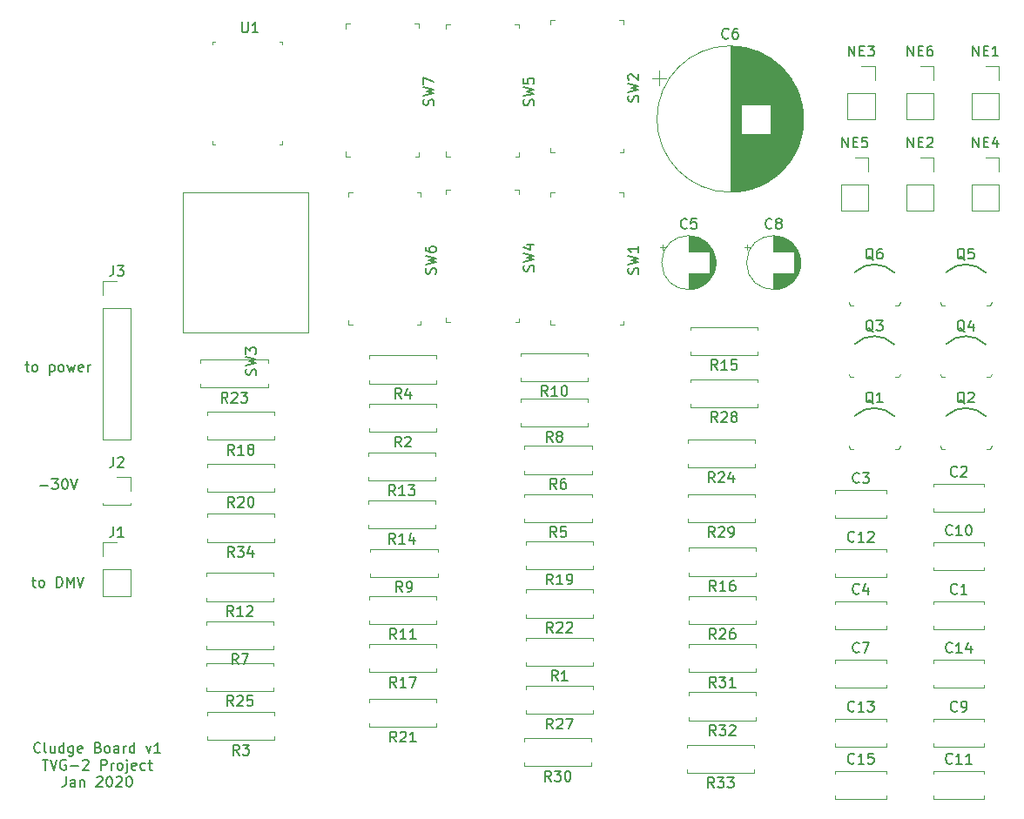
<source format=gbr>
G04 #@! TF.GenerationSoftware,KiCad,Pcbnew,(5.1.5)-3*
G04 #@! TF.CreationDate,2020-01-23T17:29:19-05:00*
G04 #@! TF.ProjectId,cludge,636c7564-6765-42e6-9b69-6361645f7063,v01*
G04 #@! TF.SameCoordinates,Original*
G04 #@! TF.FileFunction,Legend,Top*
G04 #@! TF.FilePolarity,Positive*
%FSLAX46Y46*%
G04 Gerber Fmt 4.6, Leading zero omitted, Abs format (unit mm)*
G04 Created by KiCad (PCBNEW (5.1.5)-3) date 2020-01-23 17:29:19*
%MOMM*%
%LPD*%
G04 APERTURE LIST*
%ADD10C,0.150000*%
%ADD11C,0.120000*%
%ADD12C,0.100000*%
G04 APERTURE END LIST*
D10*
X59246190Y-105387142D02*
X59198571Y-105434761D01*
X59055714Y-105482380D01*
X58960476Y-105482380D01*
X58817619Y-105434761D01*
X58722380Y-105339523D01*
X58674761Y-105244285D01*
X58627142Y-105053809D01*
X58627142Y-104910952D01*
X58674761Y-104720476D01*
X58722380Y-104625238D01*
X58817619Y-104530000D01*
X58960476Y-104482380D01*
X59055714Y-104482380D01*
X59198571Y-104530000D01*
X59246190Y-104577619D01*
X59817619Y-105482380D02*
X59722380Y-105434761D01*
X59674761Y-105339523D01*
X59674761Y-104482380D01*
X60627142Y-104815714D02*
X60627142Y-105482380D01*
X60198571Y-104815714D02*
X60198571Y-105339523D01*
X60246190Y-105434761D01*
X60341428Y-105482380D01*
X60484285Y-105482380D01*
X60579523Y-105434761D01*
X60627142Y-105387142D01*
X61531904Y-105482380D02*
X61531904Y-104482380D01*
X61531904Y-105434761D02*
X61436666Y-105482380D01*
X61246190Y-105482380D01*
X61150952Y-105434761D01*
X61103333Y-105387142D01*
X61055714Y-105291904D01*
X61055714Y-105006190D01*
X61103333Y-104910952D01*
X61150952Y-104863333D01*
X61246190Y-104815714D01*
X61436666Y-104815714D01*
X61531904Y-104863333D01*
X62436666Y-104815714D02*
X62436666Y-105625238D01*
X62389047Y-105720476D01*
X62341428Y-105768095D01*
X62246190Y-105815714D01*
X62103333Y-105815714D01*
X62008095Y-105768095D01*
X62436666Y-105434761D02*
X62341428Y-105482380D01*
X62150952Y-105482380D01*
X62055714Y-105434761D01*
X62008095Y-105387142D01*
X61960476Y-105291904D01*
X61960476Y-105006190D01*
X62008095Y-104910952D01*
X62055714Y-104863333D01*
X62150952Y-104815714D01*
X62341428Y-104815714D01*
X62436666Y-104863333D01*
X63293809Y-105434761D02*
X63198571Y-105482380D01*
X63008095Y-105482380D01*
X62912857Y-105434761D01*
X62865238Y-105339523D01*
X62865238Y-104958571D01*
X62912857Y-104863333D01*
X63008095Y-104815714D01*
X63198571Y-104815714D01*
X63293809Y-104863333D01*
X63341428Y-104958571D01*
X63341428Y-105053809D01*
X62865238Y-105149047D01*
X64865238Y-104958571D02*
X65008095Y-105006190D01*
X65055714Y-105053809D01*
X65103333Y-105149047D01*
X65103333Y-105291904D01*
X65055714Y-105387142D01*
X65008095Y-105434761D01*
X64912857Y-105482380D01*
X64531904Y-105482380D01*
X64531904Y-104482380D01*
X64865238Y-104482380D01*
X64960476Y-104530000D01*
X65008095Y-104577619D01*
X65055714Y-104672857D01*
X65055714Y-104768095D01*
X65008095Y-104863333D01*
X64960476Y-104910952D01*
X64865238Y-104958571D01*
X64531904Y-104958571D01*
X65674761Y-105482380D02*
X65579523Y-105434761D01*
X65531904Y-105387142D01*
X65484285Y-105291904D01*
X65484285Y-105006190D01*
X65531904Y-104910952D01*
X65579523Y-104863333D01*
X65674761Y-104815714D01*
X65817619Y-104815714D01*
X65912857Y-104863333D01*
X65960476Y-104910952D01*
X66008095Y-105006190D01*
X66008095Y-105291904D01*
X65960476Y-105387142D01*
X65912857Y-105434761D01*
X65817619Y-105482380D01*
X65674761Y-105482380D01*
X66865238Y-105482380D02*
X66865238Y-104958571D01*
X66817619Y-104863333D01*
X66722380Y-104815714D01*
X66531904Y-104815714D01*
X66436666Y-104863333D01*
X66865238Y-105434761D02*
X66770000Y-105482380D01*
X66531904Y-105482380D01*
X66436666Y-105434761D01*
X66389047Y-105339523D01*
X66389047Y-105244285D01*
X66436666Y-105149047D01*
X66531904Y-105101428D01*
X66770000Y-105101428D01*
X66865238Y-105053809D01*
X67341428Y-105482380D02*
X67341428Y-104815714D01*
X67341428Y-105006190D02*
X67389047Y-104910952D01*
X67436666Y-104863333D01*
X67531904Y-104815714D01*
X67627142Y-104815714D01*
X68389047Y-105482380D02*
X68389047Y-104482380D01*
X68389047Y-105434761D02*
X68293809Y-105482380D01*
X68103333Y-105482380D01*
X68008095Y-105434761D01*
X67960476Y-105387142D01*
X67912857Y-105291904D01*
X67912857Y-105006190D01*
X67960476Y-104910952D01*
X68008095Y-104863333D01*
X68103333Y-104815714D01*
X68293809Y-104815714D01*
X68389047Y-104863333D01*
X69531904Y-104815714D02*
X69770000Y-105482380D01*
X70008095Y-104815714D01*
X70912857Y-105482380D02*
X70341428Y-105482380D01*
X70627142Y-105482380D02*
X70627142Y-104482380D01*
X70531904Y-104625238D01*
X70436666Y-104720476D01*
X70341428Y-104768095D01*
X59436666Y-106132380D02*
X60008095Y-106132380D01*
X59722380Y-107132380D02*
X59722380Y-106132380D01*
X60198571Y-106132380D02*
X60531904Y-107132380D01*
X60865238Y-106132380D01*
X61722380Y-106180000D02*
X61627142Y-106132380D01*
X61484285Y-106132380D01*
X61341428Y-106180000D01*
X61246190Y-106275238D01*
X61198571Y-106370476D01*
X61150952Y-106560952D01*
X61150952Y-106703809D01*
X61198571Y-106894285D01*
X61246190Y-106989523D01*
X61341428Y-107084761D01*
X61484285Y-107132380D01*
X61579523Y-107132380D01*
X61722380Y-107084761D01*
X61769999Y-107037142D01*
X61769999Y-106703809D01*
X61579523Y-106703809D01*
X62198571Y-106751428D02*
X62960476Y-106751428D01*
X63389047Y-106227619D02*
X63436666Y-106180000D01*
X63531904Y-106132380D01*
X63770000Y-106132380D01*
X63865238Y-106180000D01*
X63912857Y-106227619D01*
X63960476Y-106322857D01*
X63960476Y-106418095D01*
X63912857Y-106560952D01*
X63341428Y-107132380D01*
X63960476Y-107132380D01*
X65150952Y-107132380D02*
X65150952Y-106132380D01*
X65531904Y-106132380D01*
X65627142Y-106180000D01*
X65674761Y-106227619D01*
X65722380Y-106322857D01*
X65722380Y-106465714D01*
X65674761Y-106560952D01*
X65627142Y-106608571D01*
X65531904Y-106656190D01*
X65150952Y-106656190D01*
X66150952Y-107132380D02*
X66150952Y-106465714D01*
X66150952Y-106656190D02*
X66198571Y-106560952D01*
X66246190Y-106513333D01*
X66341428Y-106465714D01*
X66436666Y-106465714D01*
X66912857Y-107132380D02*
X66817619Y-107084761D01*
X66770000Y-107037142D01*
X66722380Y-106941904D01*
X66722380Y-106656190D01*
X66770000Y-106560952D01*
X66817619Y-106513333D01*
X66912857Y-106465714D01*
X67055714Y-106465714D01*
X67150952Y-106513333D01*
X67198571Y-106560952D01*
X67246190Y-106656190D01*
X67246190Y-106941904D01*
X67198571Y-107037142D01*
X67150952Y-107084761D01*
X67055714Y-107132380D01*
X66912857Y-107132380D01*
X67674761Y-106465714D02*
X67674761Y-107322857D01*
X67627142Y-107418095D01*
X67531904Y-107465714D01*
X67484285Y-107465714D01*
X67674761Y-106132380D02*
X67627142Y-106180000D01*
X67674761Y-106227619D01*
X67722380Y-106180000D01*
X67674761Y-106132380D01*
X67674761Y-106227619D01*
X68531904Y-107084761D02*
X68436666Y-107132380D01*
X68246190Y-107132380D01*
X68150952Y-107084761D01*
X68103333Y-106989523D01*
X68103333Y-106608571D01*
X68150952Y-106513333D01*
X68246190Y-106465714D01*
X68436666Y-106465714D01*
X68531904Y-106513333D01*
X68579523Y-106608571D01*
X68579523Y-106703809D01*
X68103333Y-106799047D01*
X69436666Y-107084761D02*
X69341428Y-107132380D01*
X69150952Y-107132380D01*
X69055714Y-107084761D01*
X69008095Y-107037142D01*
X68960476Y-106941904D01*
X68960476Y-106656190D01*
X69008095Y-106560952D01*
X69055714Y-106513333D01*
X69150952Y-106465714D01*
X69341428Y-106465714D01*
X69436666Y-106513333D01*
X69722380Y-106465714D02*
X70103333Y-106465714D01*
X69865238Y-106132380D02*
X69865238Y-106989523D01*
X69912857Y-107084761D01*
X70008095Y-107132380D01*
X70103333Y-107132380D01*
X61722380Y-107782380D02*
X61722380Y-108496666D01*
X61674761Y-108639523D01*
X61579523Y-108734761D01*
X61436666Y-108782380D01*
X61341428Y-108782380D01*
X62627142Y-108782380D02*
X62627142Y-108258571D01*
X62579523Y-108163333D01*
X62484285Y-108115714D01*
X62293809Y-108115714D01*
X62198571Y-108163333D01*
X62627142Y-108734761D02*
X62531904Y-108782380D01*
X62293809Y-108782380D01*
X62198571Y-108734761D01*
X62150952Y-108639523D01*
X62150952Y-108544285D01*
X62198571Y-108449047D01*
X62293809Y-108401428D01*
X62531904Y-108401428D01*
X62627142Y-108353809D01*
X63103333Y-108115714D02*
X63103333Y-108782380D01*
X63103333Y-108210952D02*
X63150952Y-108163333D01*
X63246190Y-108115714D01*
X63389047Y-108115714D01*
X63484285Y-108163333D01*
X63531904Y-108258571D01*
X63531904Y-108782380D01*
X64722380Y-107877619D02*
X64770000Y-107830000D01*
X64865238Y-107782380D01*
X65103333Y-107782380D01*
X65198571Y-107830000D01*
X65246190Y-107877619D01*
X65293809Y-107972857D01*
X65293809Y-108068095D01*
X65246190Y-108210952D01*
X64674761Y-108782380D01*
X65293809Y-108782380D01*
X65912857Y-107782380D02*
X66008095Y-107782380D01*
X66103333Y-107830000D01*
X66150952Y-107877619D01*
X66198571Y-107972857D01*
X66246190Y-108163333D01*
X66246190Y-108401428D01*
X66198571Y-108591904D01*
X66150952Y-108687142D01*
X66103333Y-108734761D01*
X66008095Y-108782380D01*
X65912857Y-108782380D01*
X65817619Y-108734761D01*
X65770000Y-108687142D01*
X65722380Y-108591904D01*
X65674761Y-108401428D01*
X65674761Y-108163333D01*
X65722380Y-107972857D01*
X65770000Y-107877619D01*
X65817619Y-107830000D01*
X65912857Y-107782380D01*
X66627142Y-107877619D02*
X66674761Y-107830000D01*
X66770000Y-107782380D01*
X67008095Y-107782380D01*
X67103333Y-107830000D01*
X67150952Y-107877619D01*
X67198571Y-107972857D01*
X67198571Y-108068095D01*
X67150952Y-108210952D01*
X66579523Y-108782380D01*
X67198571Y-108782380D01*
X67817619Y-107782380D02*
X67912857Y-107782380D01*
X68008095Y-107830000D01*
X68055714Y-107877619D01*
X68103333Y-107972857D01*
X68150952Y-108163333D01*
X68150952Y-108401428D01*
X68103333Y-108591904D01*
X68055714Y-108687142D01*
X68008095Y-108734761D01*
X67912857Y-108782380D01*
X67817619Y-108782380D01*
X67722380Y-108734761D01*
X67674761Y-108687142D01*
X67627142Y-108591904D01*
X67579523Y-108401428D01*
X67579523Y-108163333D01*
X67627142Y-107972857D01*
X67674761Y-107877619D01*
X67722380Y-107830000D01*
X67817619Y-107782380D01*
X59198095Y-79446428D02*
X59960000Y-79446428D01*
X60340952Y-78827380D02*
X60960000Y-78827380D01*
X60626666Y-79208333D01*
X60769523Y-79208333D01*
X60864761Y-79255952D01*
X60912380Y-79303571D01*
X60960000Y-79398809D01*
X60960000Y-79636904D01*
X60912380Y-79732142D01*
X60864761Y-79779761D01*
X60769523Y-79827380D01*
X60483809Y-79827380D01*
X60388571Y-79779761D01*
X60340952Y-79732142D01*
X61579047Y-78827380D02*
X61674285Y-78827380D01*
X61769523Y-78875000D01*
X61817142Y-78922619D01*
X61864761Y-79017857D01*
X61912380Y-79208333D01*
X61912380Y-79446428D01*
X61864761Y-79636904D01*
X61817142Y-79732142D01*
X61769523Y-79779761D01*
X61674285Y-79827380D01*
X61579047Y-79827380D01*
X61483809Y-79779761D01*
X61436190Y-79732142D01*
X61388571Y-79636904D01*
X61340952Y-79446428D01*
X61340952Y-79208333D01*
X61388571Y-79017857D01*
X61436190Y-78922619D01*
X61483809Y-78875000D01*
X61579047Y-78827380D01*
X62198095Y-78827380D02*
X62531428Y-79827380D01*
X62864761Y-78827380D01*
X58436190Y-88685714D02*
X58817142Y-88685714D01*
X58579047Y-88352380D02*
X58579047Y-89209523D01*
X58626666Y-89304761D01*
X58721904Y-89352380D01*
X58817142Y-89352380D01*
X59293333Y-89352380D02*
X59198095Y-89304761D01*
X59150476Y-89257142D01*
X59102857Y-89161904D01*
X59102857Y-88876190D01*
X59150476Y-88780952D01*
X59198095Y-88733333D01*
X59293333Y-88685714D01*
X59436190Y-88685714D01*
X59531428Y-88733333D01*
X59579047Y-88780952D01*
X59626666Y-88876190D01*
X59626666Y-89161904D01*
X59579047Y-89257142D01*
X59531428Y-89304761D01*
X59436190Y-89352380D01*
X59293333Y-89352380D01*
X60817142Y-89352380D02*
X60817142Y-88352380D01*
X61055238Y-88352380D01*
X61198095Y-88400000D01*
X61293333Y-88495238D01*
X61340952Y-88590476D01*
X61388571Y-88780952D01*
X61388571Y-88923809D01*
X61340952Y-89114285D01*
X61293333Y-89209523D01*
X61198095Y-89304761D01*
X61055238Y-89352380D01*
X60817142Y-89352380D01*
X61817142Y-89352380D02*
X61817142Y-88352380D01*
X62150476Y-89066666D01*
X62483809Y-88352380D01*
X62483809Y-89352380D01*
X62817142Y-88352380D02*
X63150476Y-89352380D01*
X63483809Y-88352380D01*
X57769523Y-67730714D02*
X58150476Y-67730714D01*
X57912380Y-67397380D02*
X57912380Y-68254523D01*
X57960000Y-68349761D01*
X58055238Y-68397380D01*
X58150476Y-68397380D01*
X58626666Y-68397380D02*
X58531428Y-68349761D01*
X58483809Y-68302142D01*
X58436190Y-68206904D01*
X58436190Y-67921190D01*
X58483809Y-67825952D01*
X58531428Y-67778333D01*
X58626666Y-67730714D01*
X58769523Y-67730714D01*
X58864761Y-67778333D01*
X58912380Y-67825952D01*
X58960000Y-67921190D01*
X58960000Y-68206904D01*
X58912380Y-68302142D01*
X58864761Y-68349761D01*
X58769523Y-68397380D01*
X58626666Y-68397380D01*
X60150476Y-67730714D02*
X60150476Y-68730714D01*
X60150476Y-67778333D02*
X60245714Y-67730714D01*
X60436190Y-67730714D01*
X60531428Y-67778333D01*
X60579047Y-67825952D01*
X60626666Y-67921190D01*
X60626666Y-68206904D01*
X60579047Y-68302142D01*
X60531428Y-68349761D01*
X60436190Y-68397380D01*
X60245714Y-68397380D01*
X60150476Y-68349761D01*
X61198095Y-68397380D02*
X61102857Y-68349761D01*
X61055238Y-68302142D01*
X61007619Y-68206904D01*
X61007619Y-67921190D01*
X61055238Y-67825952D01*
X61102857Y-67778333D01*
X61198095Y-67730714D01*
X61340952Y-67730714D01*
X61436190Y-67778333D01*
X61483809Y-67825952D01*
X61531428Y-67921190D01*
X61531428Y-68206904D01*
X61483809Y-68302142D01*
X61436190Y-68349761D01*
X61340952Y-68397380D01*
X61198095Y-68397380D01*
X61864761Y-67730714D02*
X62055238Y-68397380D01*
X62245714Y-67921190D01*
X62436190Y-68397380D01*
X62626666Y-67730714D01*
X63388571Y-68349761D02*
X63293333Y-68397380D01*
X63102857Y-68397380D01*
X63007619Y-68349761D01*
X62960000Y-68254523D01*
X62960000Y-67873571D01*
X63007619Y-67778333D01*
X63102857Y-67730714D01*
X63293333Y-67730714D01*
X63388571Y-67778333D01*
X63436190Y-67873571D01*
X63436190Y-67968809D01*
X62960000Y-68064047D01*
X63864761Y-68397380D02*
X63864761Y-67730714D01*
X63864761Y-67921190D02*
X63912380Y-67825952D01*
X63960000Y-67778333D01*
X64055238Y-67730714D01*
X64150476Y-67730714D01*
D11*
X146080000Y-90705000D02*
X151020000Y-90705000D01*
X146080000Y-93445000D02*
X151020000Y-93445000D01*
X146080000Y-90705000D02*
X146080000Y-91020000D01*
X146080000Y-93130000D02*
X146080000Y-93445000D01*
X151020000Y-90705000D02*
X151020000Y-91020000D01*
X151020000Y-93130000D02*
X151020000Y-93445000D01*
X151020000Y-81700000D02*
X151020000Y-82015000D01*
X151020000Y-79275000D02*
X151020000Y-79590000D01*
X146080000Y-81700000D02*
X146080000Y-82015000D01*
X146080000Y-79275000D02*
X146080000Y-79590000D01*
X146080000Y-82015000D02*
X151020000Y-82015000D01*
X146080000Y-79275000D02*
X151020000Y-79275000D01*
X141495000Y-82335000D02*
X141495000Y-82650000D01*
X141495000Y-79910000D02*
X141495000Y-80225000D01*
X136555000Y-82335000D02*
X136555000Y-82650000D01*
X136555000Y-79910000D02*
X136555000Y-80225000D01*
X136555000Y-82650000D02*
X141495000Y-82650000D01*
X136555000Y-79910000D02*
X141495000Y-79910000D01*
X136555000Y-90705000D02*
X141495000Y-90705000D01*
X136555000Y-93445000D02*
X141495000Y-93445000D01*
X136555000Y-90705000D02*
X136555000Y-91020000D01*
X136555000Y-93130000D02*
X136555000Y-93445000D01*
X141495000Y-90705000D02*
X141495000Y-91020000D01*
X141495000Y-93130000D02*
X141495000Y-93445000D01*
X124905000Y-57785000D02*
G75*
G03X124905000Y-57785000I-2620000J0D01*
G01*
X122285000Y-58825000D02*
X122285000Y-60365000D01*
X122285000Y-55205000D02*
X122285000Y-56745000D01*
X122325000Y-58825000D02*
X122325000Y-60365000D01*
X122325000Y-55205000D02*
X122325000Y-56745000D01*
X122365000Y-55206000D02*
X122365000Y-56745000D01*
X122365000Y-58825000D02*
X122365000Y-60364000D01*
X122405000Y-55207000D02*
X122405000Y-56745000D01*
X122405000Y-58825000D02*
X122405000Y-60363000D01*
X122445000Y-55209000D02*
X122445000Y-56745000D01*
X122445000Y-58825000D02*
X122445000Y-60361000D01*
X122485000Y-55212000D02*
X122485000Y-56745000D01*
X122485000Y-58825000D02*
X122485000Y-60358000D01*
X122525000Y-55216000D02*
X122525000Y-56745000D01*
X122525000Y-58825000D02*
X122525000Y-60354000D01*
X122565000Y-55220000D02*
X122565000Y-56745000D01*
X122565000Y-58825000D02*
X122565000Y-60350000D01*
X122605000Y-55224000D02*
X122605000Y-56745000D01*
X122605000Y-58825000D02*
X122605000Y-60346000D01*
X122645000Y-55229000D02*
X122645000Y-56745000D01*
X122645000Y-58825000D02*
X122645000Y-60341000D01*
X122685000Y-55235000D02*
X122685000Y-56745000D01*
X122685000Y-58825000D02*
X122685000Y-60335000D01*
X122725000Y-55242000D02*
X122725000Y-56745000D01*
X122725000Y-58825000D02*
X122725000Y-60328000D01*
X122765000Y-55249000D02*
X122765000Y-56745000D01*
X122765000Y-58825000D02*
X122765000Y-60321000D01*
X122805000Y-55257000D02*
X122805000Y-56745000D01*
X122805000Y-58825000D02*
X122805000Y-60313000D01*
X122845000Y-55265000D02*
X122845000Y-56745000D01*
X122845000Y-58825000D02*
X122845000Y-60305000D01*
X122885000Y-55274000D02*
X122885000Y-56745000D01*
X122885000Y-58825000D02*
X122885000Y-60296000D01*
X122925000Y-55284000D02*
X122925000Y-56745000D01*
X122925000Y-58825000D02*
X122925000Y-60286000D01*
X122965000Y-55294000D02*
X122965000Y-56745000D01*
X122965000Y-58825000D02*
X122965000Y-60276000D01*
X123006000Y-55305000D02*
X123006000Y-56745000D01*
X123006000Y-58825000D02*
X123006000Y-60265000D01*
X123046000Y-55317000D02*
X123046000Y-56745000D01*
X123046000Y-58825000D02*
X123046000Y-60253000D01*
X123086000Y-55330000D02*
X123086000Y-56745000D01*
X123086000Y-58825000D02*
X123086000Y-60240000D01*
X123126000Y-55343000D02*
X123126000Y-56745000D01*
X123126000Y-58825000D02*
X123126000Y-60227000D01*
X123166000Y-55357000D02*
X123166000Y-56745000D01*
X123166000Y-58825000D02*
X123166000Y-60213000D01*
X123206000Y-55371000D02*
X123206000Y-56745000D01*
X123206000Y-58825000D02*
X123206000Y-60199000D01*
X123246000Y-55387000D02*
X123246000Y-56745000D01*
X123246000Y-58825000D02*
X123246000Y-60183000D01*
X123286000Y-55403000D02*
X123286000Y-56745000D01*
X123286000Y-58825000D02*
X123286000Y-60167000D01*
X123326000Y-55420000D02*
X123326000Y-56745000D01*
X123326000Y-58825000D02*
X123326000Y-60150000D01*
X123366000Y-55437000D02*
X123366000Y-56745000D01*
X123366000Y-58825000D02*
X123366000Y-60133000D01*
X123406000Y-55456000D02*
X123406000Y-56745000D01*
X123406000Y-58825000D02*
X123406000Y-60114000D01*
X123446000Y-55475000D02*
X123446000Y-56745000D01*
X123446000Y-58825000D02*
X123446000Y-60095000D01*
X123486000Y-55495000D02*
X123486000Y-56745000D01*
X123486000Y-58825000D02*
X123486000Y-60075000D01*
X123526000Y-55517000D02*
X123526000Y-56745000D01*
X123526000Y-58825000D02*
X123526000Y-60053000D01*
X123566000Y-55538000D02*
X123566000Y-56745000D01*
X123566000Y-58825000D02*
X123566000Y-60032000D01*
X123606000Y-55561000D02*
X123606000Y-56745000D01*
X123606000Y-58825000D02*
X123606000Y-60009000D01*
X123646000Y-55585000D02*
X123646000Y-56745000D01*
X123646000Y-58825000D02*
X123646000Y-59985000D01*
X123686000Y-55610000D02*
X123686000Y-56745000D01*
X123686000Y-58825000D02*
X123686000Y-59960000D01*
X123726000Y-55636000D02*
X123726000Y-56745000D01*
X123726000Y-58825000D02*
X123726000Y-59934000D01*
X123766000Y-55663000D02*
X123766000Y-56745000D01*
X123766000Y-58825000D02*
X123766000Y-59907000D01*
X123806000Y-55690000D02*
X123806000Y-56745000D01*
X123806000Y-58825000D02*
X123806000Y-59880000D01*
X123846000Y-55720000D02*
X123846000Y-56745000D01*
X123846000Y-58825000D02*
X123846000Y-59850000D01*
X123886000Y-55750000D02*
X123886000Y-56745000D01*
X123886000Y-58825000D02*
X123886000Y-59820000D01*
X123926000Y-55781000D02*
X123926000Y-56745000D01*
X123926000Y-58825000D02*
X123926000Y-59789000D01*
X123966000Y-55814000D02*
X123966000Y-56745000D01*
X123966000Y-58825000D02*
X123966000Y-59756000D01*
X124006000Y-55848000D02*
X124006000Y-56745000D01*
X124006000Y-58825000D02*
X124006000Y-59722000D01*
X124046000Y-55884000D02*
X124046000Y-56745000D01*
X124046000Y-58825000D02*
X124046000Y-59686000D01*
X124086000Y-55921000D02*
X124086000Y-56745000D01*
X124086000Y-58825000D02*
X124086000Y-59649000D01*
X124126000Y-55959000D02*
X124126000Y-56745000D01*
X124126000Y-58825000D02*
X124126000Y-59611000D01*
X124166000Y-56000000D02*
X124166000Y-56745000D01*
X124166000Y-58825000D02*
X124166000Y-59570000D01*
X124206000Y-56042000D02*
X124206000Y-56745000D01*
X124206000Y-58825000D02*
X124206000Y-59528000D01*
X124246000Y-56086000D02*
X124246000Y-56745000D01*
X124246000Y-58825000D02*
X124246000Y-59484000D01*
X124286000Y-56132000D02*
X124286000Y-56745000D01*
X124286000Y-58825000D02*
X124286000Y-59438000D01*
X124326000Y-56180000D02*
X124326000Y-59390000D01*
X124366000Y-56231000D02*
X124366000Y-59339000D01*
X124406000Y-56285000D02*
X124406000Y-59285000D01*
X124446000Y-56342000D02*
X124446000Y-59228000D01*
X124486000Y-56402000D02*
X124486000Y-59168000D01*
X124526000Y-56466000D02*
X124526000Y-59104000D01*
X124566000Y-56534000D02*
X124566000Y-59036000D01*
X124606000Y-56607000D02*
X124606000Y-58963000D01*
X124646000Y-56687000D02*
X124646000Y-58883000D01*
X124686000Y-56774000D02*
X124686000Y-58796000D01*
X124726000Y-56870000D02*
X124726000Y-58700000D01*
X124766000Y-56980000D02*
X124766000Y-58590000D01*
X124806000Y-57108000D02*
X124806000Y-58462000D01*
X124846000Y-57267000D02*
X124846000Y-58303000D01*
X124886000Y-57501000D02*
X124886000Y-58069000D01*
X119480225Y-56310000D02*
X119980225Y-56310000D01*
X119730225Y-56060000D02*
X119730225Y-56560000D01*
X133445000Y-43815000D02*
G75*
G03X133445000Y-43815000I-7120000J0D01*
G01*
X126325000Y-36735000D02*
X126325000Y-50895000D01*
X126365000Y-36735000D02*
X126365000Y-50895000D01*
X126405000Y-36735000D02*
X126405000Y-50895000D01*
X126445000Y-36736000D02*
X126445000Y-50894000D01*
X126485000Y-36736000D02*
X126485000Y-50894000D01*
X126525000Y-36737000D02*
X126525000Y-50893000D01*
X126565000Y-36739000D02*
X126565000Y-50891000D01*
X126605000Y-36740000D02*
X126605000Y-50890000D01*
X126645000Y-36742000D02*
X126645000Y-50888000D01*
X126685000Y-36744000D02*
X126685000Y-50886000D01*
X126725000Y-36746000D02*
X126725000Y-50884000D01*
X126765000Y-36748000D02*
X126765000Y-50882000D01*
X126805000Y-36751000D02*
X126805000Y-50879000D01*
X126845000Y-36754000D02*
X126845000Y-50876000D01*
X126885000Y-36757000D02*
X126885000Y-50873000D01*
X126925000Y-36760000D02*
X126925000Y-50870000D01*
X126965000Y-36763000D02*
X126965000Y-50867000D01*
X127005000Y-36767000D02*
X127005000Y-50863000D01*
X127046000Y-36771000D02*
X127046000Y-50859000D01*
X127086000Y-36775000D02*
X127086000Y-50855000D01*
X127126000Y-36780000D02*
X127126000Y-50850000D01*
X127166000Y-36784000D02*
X127166000Y-50846000D01*
X127206000Y-36789000D02*
X127206000Y-50841000D01*
X127246000Y-36794000D02*
X127246000Y-50836000D01*
X127286000Y-36800000D02*
X127286000Y-50830000D01*
X127326000Y-36805000D02*
X127326000Y-50825000D01*
X127366000Y-36811000D02*
X127366000Y-50819000D01*
X127406000Y-36817000D02*
X127406000Y-42375000D01*
X127406000Y-45255000D02*
X127406000Y-50813000D01*
X127446000Y-36823000D02*
X127446000Y-42375000D01*
X127446000Y-45255000D02*
X127446000Y-50807000D01*
X127486000Y-36830000D02*
X127486000Y-42375000D01*
X127486000Y-45255000D02*
X127486000Y-50800000D01*
X127526000Y-36836000D02*
X127526000Y-42375000D01*
X127526000Y-45255000D02*
X127526000Y-50794000D01*
X127566000Y-36843000D02*
X127566000Y-42375000D01*
X127566000Y-45255000D02*
X127566000Y-50787000D01*
X127606000Y-36851000D02*
X127606000Y-42375000D01*
X127606000Y-45255000D02*
X127606000Y-50779000D01*
X127646000Y-36858000D02*
X127646000Y-42375000D01*
X127646000Y-45255000D02*
X127646000Y-50772000D01*
X127686000Y-36866000D02*
X127686000Y-42375000D01*
X127686000Y-45255000D02*
X127686000Y-50764000D01*
X127726000Y-36873000D02*
X127726000Y-42375000D01*
X127726000Y-45255000D02*
X127726000Y-50757000D01*
X127766000Y-36882000D02*
X127766000Y-42375000D01*
X127766000Y-45255000D02*
X127766000Y-50748000D01*
X127806000Y-36890000D02*
X127806000Y-42375000D01*
X127806000Y-45255000D02*
X127806000Y-50740000D01*
X127846000Y-36899000D02*
X127846000Y-42375000D01*
X127846000Y-45255000D02*
X127846000Y-50731000D01*
X127886000Y-36908000D02*
X127886000Y-42375000D01*
X127886000Y-45255000D02*
X127886000Y-50722000D01*
X127926000Y-36917000D02*
X127926000Y-42375000D01*
X127926000Y-45255000D02*
X127926000Y-50713000D01*
X127966000Y-36926000D02*
X127966000Y-42375000D01*
X127966000Y-45255000D02*
X127966000Y-50704000D01*
X128006000Y-36936000D02*
X128006000Y-42375000D01*
X128006000Y-45255000D02*
X128006000Y-50694000D01*
X128046000Y-36945000D02*
X128046000Y-42375000D01*
X128046000Y-45255000D02*
X128046000Y-50685000D01*
X128086000Y-36955000D02*
X128086000Y-42375000D01*
X128086000Y-45255000D02*
X128086000Y-50675000D01*
X128126000Y-36966000D02*
X128126000Y-42375000D01*
X128126000Y-45255000D02*
X128126000Y-50664000D01*
X128166000Y-36976000D02*
X128166000Y-42375000D01*
X128166000Y-45255000D02*
X128166000Y-50654000D01*
X128206000Y-36987000D02*
X128206000Y-42375000D01*
X128206000Y-45255000D02*
X128206000Y-50643000D01*
X128246000Y-36998000D02*
X128246000Y-42375000D01*
X128246000Y-45255000D02*
X128246000Y-50632000D01*
X128286000Y-37010000D02*
X128286000Y-42375000D01*
X128286000Y-45255000D02*
X128286000Y-50620000D01*
X128326000Y-37021000D02*
X128326000Y-42375000D01*
X128326000Y-45255000D02*
X128326000Y-50609000D01*
X128366000Y-37033000D02*
X128366000Y-42375000D01*
X128366000Y-45255000D02*
X128366000Y-50597000D01*
X128406000Y-37045000D02*
X128406000Y-42375000D01*
X128406000Y-45255000D02*
X128406000Y-50585000D01*
X128446000Y-37057000D02*
X128446000Y-42375000D01*
X128446000Y-45255000D02*
X128446000Y-50573000D01*
X128486000Y-37070000D02*
X128486000Y-42375000D01*
X128486000Y-45255000D02*
X128486000Y-50560000D01*
X128526000Y-37083000D02*
X128526000Y-42375000D01*
X128526000Y-45255000D02*
X128526000Y-50547000D01*
X128566000Y-37096000D02*
X128566000Y-42375000D01*
X128566000Y-45255000D02*
X128566000Y-50534000D01*
X128606000Y-37109000D02*
X128606000Y-42375000D01*
X128606000Y-45255000D02*
X128606000Y-50521000D01*
X128646000Y-37123000D02*
X128646000Y-42375000D01*
X128646000Y-45255000D02*
X128646000Y-50507000D01*
X128686000Y-37137000D02*
X128686000Y-42375000D01*
X128686000Y-45255000D02*
X128686000Y-50493000D01*
X128726000Y-37151000D02*
X128726000Y-42375000D01*
X128726000Y-45255000D02*
X128726000Y-50479000D01*
X128766000Y-37166000D02*
X128766000Y-42375000D01*
X128766000Y-45255000D02*
X128766000Y-50464000D01*
X128806000Y-37180000D02*
X128806000Y-42375000D01*
X128806000Y-45255000D02*
X128806000Y-50450000D01*
X128846000Y-37195000D02*
X128846000Y-42375000D01*
X128846000Y-45255000D02*
X128846000Y-50435000D01*
X128886000Y-37211000D02*
X128886000Y-42375000D01*
X128886000Y-45255000D02*
X128886000Y-50419000D01*
X128926000Y-37226000D02*
X128926000Y-42375000D01*
X128926000Y-45255000D02*
X128926000Y-50404000D01*
X128966000Y-37242000D02*
X128966000Y-42375000D01*
X128966000Y-45255000D02*
X128966000Y-50388000D01*
X129006000Y-37258000D02*
X129006000Y-42375000D01*
X129006000Y-45255000D02*
X129006000Y-50372000D01*
X129046000Y-37275000D02*
X129046000Y-42375000D01*
X129046000Y-45255000D02*
X129046000Y-50355000D01*
X129086000Y-37291000D02*
X129086000Y-42375000D01*
X129086000Y-45255000D02*
X129086000Y-50339000D01*
X129126000Y-37308000D02*
X129126000Y-42375000D01*
X129126000Y-45255000D02*
X129126000Y-50322000D01*
X129166000Y-37325000D02*
X129166000Y-42375000D01*
X129166000Y-45255000D02*
X129166000Y-50305000D01*
X129206000Y-37343000D02*
X129206000Y-42375000D01*
X129206000Y-45255000D02*
X129206000Y-50287000D01*
X129246000Y-37361000D02*
X129246000Y-42375000D01*
X129246000Y-45255000D02*
X129246000Y-50269000D01*
X129286000Y-37379000D02*
X129286000Y-42375000D01*
X129286000Y-45255000D02*
X129286000Y-50251000D01*
X129326000Y-37397000D02*
X129326000Y-42375000D01*
X129326000Y-45255000D02*
X129326000Y-50233000D01*
X129366000Y-37416000D02*
X129366000Y-42375000D01*
X129366000Y-45255000D02*
X129366000Y-50214000D01*
X129406000Y-37435000D02*
X129406000Y-42375000D01*
X129406000Y-45255000D02*
X129406000Y-50195000D01*
X129446000Y-37455000D02*
X129446000Y-42375000D01*
X129446000Y-45255000D02*
X129446000Y-50175000D01*
X129486000Y-37474000D02*
X129486000Y-42375000D01*
X129486000Y-45255000D02*
X129486000Y-50156000D01*
X129526000Y-37494000D02*
X129526000Y-42375000D01*
X129526000Y-45255000D02*
X129526000Y-50136000D01*
X129566000Y-37514000D02*
X129566000Y-42375000D01*
X129566000Y-45255000D02*
X129566000Y-50116000D01*
X129606000Y-37535000D02*
X129606000Y-42375000D01*
X129606000Y-45255000D02*
X129606000Y-50095000D01*
X129646000Y-37556000D02*
X129646000Y-42375000D01*
X129646000Y-45255000D02*
X129646000Y-50074000D01*
X129686000Y-37577000D02*
X129686000Y-42375000D01*
X129686000Y-45255000D02*
X129686000Y-50053000D01*
X129726000Y-37599000D02*
X129726000Y-42375000D01*
X129726000Y-45255000D02*
X129726000Y-50031000D01*
X129766000Y-37621000D02*
X129766000Y-42375000D01*
X129766000Y-45255000D02*
X129766000Y-50009000D01*
X129806000Y-37643000D02*
X129806000Y-42375000D01*
X129806000Y-45255000D02*
X129806000Y-49987000D01*
X129846000Y-37665000D02*
X129846000Y-42375000D01*
X129846000Y-45255000D02*
X129846000Y-49965000D01*
X129886000Y-37688000D02*
X129886000Y-42375000D01*
X129886000Y-45255000D02*
X129886000Y-49942000D01*
X129926000Y-37712000D02*
X129926000Y-42375000D01*
X129926000Y-45255000D02*
X129926000Y-49918000D01*
X129966000Y-37735000D02*
X129966000Y-42375000D01*
X129966000Y-45255000D02*
X129966000Y-49895000D01*
X130006000Y-37759000D02*
X130006000Y-42375000D01*
X130006000Y-45255000D02*
X130006000Y-49871000D01*
X130046000Y-37784000D02*
X130046000Y-42375000D01*
X130046000Y-45255000D02*
X130046000Y-49846000D01*
X130086000Y-37808000D02*
X130086000Y-42375000D01*
X130086000Y-45255000D02*
X130086000Y-49822000D01*
X130126000Y-37833000D02*
X130126000Y-42375000D01*
X130126000Y-45255000D02*
X130126000Y-49797000D01*
X130166000Y-37859000D02*
X130166000Y-42375000D01*
X130166000Y-45255000D02*
X130166000Y-49771000D01*
X130206000Y-37885000D02*
X130206000Y-42375000D01*
X130206000Y-45255000D02*
X130206000Y-49745000D01*
X130246000Y-37911000D02*
X130246000Y-42375000D01*
X130246000Y-45255000D02*
X130246000Y-49719000D01*
X130286000Y-37937000D02*
X130286000Y-49693000D01*
X130326000Y-37964000D02*
X130326000Y-49666000D01*
X130366000Y-37992000D02*
X130366000Y-49638000D01*
X130406000Y-38019000D02*
X130406000Y-49611000D01*
X130446000Y-38048000D02*
X130446000Y-49582000D01*
X130486000Y-38076000D02*
X130486000Y-49554000D01*
X130526000Y-38105000D02*
X130526000Y-49525000D01*
X130566000Y-38135000D02*
X130566000Y-49495000D01*
X130606000Y-38165000D02*
X130606000Y-49465000D01*
X130646000Y-38195000D02*
X130646000Y-49435000D01*
X130686000Y-38226000D02*
X130686000Y-49404000D01*
X130726000Y-38257000D02*
X130726000Y-49373000D01*
X130766000Y-38288000D02*
X130766000Y-49342000D01*
X130806000Y-38321000D02*
X130806000Y-49309000D01*
X130846000Y-38353000D02*
X130846000Y-49277000D01*
X130886000Y-38386000D02*
X130886000Y-49244000D01*
X130926000Y-38420000D02*
X130926000Y-49210000D01*
X130966000Y-38454000D02*
X130966000Y-49176000D01*
X131006000Y-38489000D02*
X131006000Y-49141000D01*
X131046000Y-38524000D02*
X131046000Y-49106000D01*
X131086000Y-38560000D02*
X131086000Y-49070000D01*
X131126000Y-38596000D02*
X131126000Y-49034000D01*
X131166000Y-38633000D02*
X131166000Y-48997000D01*
X131206000Y-38670000D02*
X131206000Y-48960000D01*
X131246000Y-38708000D02*
X131246000Y-48922000D01*
X131286000Y-38746000D02*
X131286000Y-48884000D01*
X131326000Y-38786000D02*
X131326000Y-48844000D01*
X131366000Y-38825000D02*
X131366000Y-48805000D01*
X131406000Y-38866000D02*
X131406000Y-48764000D01*
X131446000Y-38907000D02*
X131446000Y-48723000D01*
X131486000Y-38949000D02*
X131486000Y-48681000D01*
X131526000Y-38991000D02*
X131526000Y-48639000D01*
X131566000Y-39034000D02*
X131566000Y-48596000D01*
X131606000Y-39078000D02*
X131606000Y-48552000D01*
X131646000Y-39122000D02*
X131646000Y-48508000D01*
X131686000Y-39168000D02*
X131686000Y-48462000D01*
X131726000Y-39214000D02*
X131726000Y-48416000D01*
X131766000Y-39261000D02*
X131766000Y-48369000D01*
X131806000Y-39309000D02*
X131806000Y-48321000D01*
X131846000Y-39357000D02*
X131846000Y-48273000D01*
X131886000Y-39407000D02*
X131886000Y-48223000D01*
X131926000Y-39457000D02*
X131926000Y-48173000D01*
X131966000Y-39509000D02*
X131966000Y-48121000D01*
X132006000Y-39561000D02*
X132006000Y-48069000D01*
X132046000Y-39615000D02*
X132046000Y-48015000D01*
X132086000Y-39669000D02*
X132086000Y-47961000D01*
X132126000Y-39725000D02*
X132126000Y-47905000D01*
X132166000Y-39782000D02*
X132166000Y-47848000D01*
X132206000Y-39840000D02*
X132206000Y-47790000D01*
X132246000Y-39899000D02*
X132246000Y-47731000D01*
X132286000Y-39959000D02*
X132286000Y-47671000D01*
X132326000Y-40021000D02*
X132326000Y-47609000D01*
X132366000Y-40085000D02*
X132366000Y-47545000D01*
X132406000Y-40149000D02*
X132406000Y-47481000D01*
X132446000Y-40216000D02*
X132446000Y-47414000D01*
X132486000Y-40284000D02*
X132486000Y-47346000D01*
X132526000Y-40354000D02*
X132526000Y-47276000D01*
X132566000Y-40426000D02*
X132566000Y-47204000D01*
X132606000Y-40500000D02*
X132606000Y-47130000D01*
X132646000Y-40575000D02*
X132646000Y-47055000D01*
X132686000Y-40654000D02*
X132686000Y-46976000D01*
X132726000Y-40735000D02*
X132726000Y-46895000D01*
X132766000Y-40818000D02*
X132766000Y-46812000D01*
X132806000Y-40904000D02*
X132806000Y-46726000D01*
X132846000Y-40994000D02*
X132846000Y-46636000D01*
X132886000Y-41087000D02*
X132886000Y-46543000D01*
X132926000Y-41183000D02*
X132926000Y-46447000D01*
X132966000Y-41285000D02*
X132966000Y-46345000D01*
X133006000Y-41390000D02*
X133006000Y-46240000D01*
X133046000Y-41502000D02*
X133046000Y-46128000D01*
X133086000Y-41619000D02*
X133086000Y-46011000D01*
X133126000Y-41744000D02*
X133126000Y-45886000D01*
X133166000Y-41877000D02*
X133166000Y-45753000D01*
X133206000Y-42021000D02*
X133206000Y-45609000D01*
X133246000Y-42179000D02*
X133246000Y-45451000D01*
X133286000Y-42354000D02*
X133286000Y-45276000D01*
X133326000Y-42553000D02*
X133326000Y-45077000D01*
X133366000Y-42790000D02*
X133366000Y-44840000D01*
X133406000Y-43101000D02*
X133406000Y-44529000D01*
X118705457Y-39820000D02*
X120105457Y-39820000D01*
X119405457Y-39120000D02*
X119405457Y-40520000D01*
X136555000Y-96420000D02*
X141495000Y-96420000D01*
X136555000Y-99160000D02*
X141495000Y-99160000D01*
X136555000Y-96420000D02*
X136555000Y-96735000D01*
X136555000Y-98845000D02*
X136555000Y-99160000D01*
X141495000Y-96420000D02*
X141495000Y-96735000D01*
X141495000Y-98845000D02*
X141495000Y-99160000D01*
X127985225Y-56060000D02*
X127985225Y-56560000D01*
X127735225Y-56310000D02*
X128235225Y-56310000D01*
X133141000Y-57501000D02*
X133141000Y-58069000D01*
X133101000Y-57267000D02*
X133101000Y-58303000D01*
X133061000Y-57108000D02*
X133061000Y-58462000D01*
X133021000Y-56980000D02*
X133021000Y-58590000D01*
X132981000Y-56870000D02*
X132981000Y-58700000D01*
X132941000Y-56774000D02*
X132941000Y-58796000D01*
X132901000Y-56687000D02*
X132901000Y-58883000D01*
X132861000Y-56607000D02*
X132861000Y-58963000D01*
X132821000Y-56534000D02*
X132821000Y-59036000D01*
X132781000Y-56466000D02*
X132781000Y-59104000D01*
X132741000Y-56402000D02*
X132741000Y-59168000D01*
X132701000Y-56342000D02*
X132701000Y-59228000D01*
X132661000Y-56285000D02*
X132661000Y-59285000D01*
X132621000Y-56231000D02*
X132621000Y-59339000D01*
X132581000Y-56180000D02*
X132581000Y-59390000D01*
X132541000Y-58825000D02*
X132541000Y-59438000D01*
X132541000Y-56132000D02*
X132541000Y-56745000D01*
X132501000Y-58825000D02*
X132501000Y-59484000D01*
X132501000Y-56086000D02*
X132501000Y-56745000D01*
X132461000Y-58825000D02*
X132461000Y-59528000D01*
X132461000Y-56042000D02*
X132461000Y-56745000D01*
X132421000Y-58825000D02*
X132421000Y-59570000D01*
X132421000Y-56000000D02*
X132421000Y-56745000D01*
X132381000Y-58825000D02*
X132381000Y-59611000D01*
X132381000Y-55959000D02*
X132381000Y-56745000D01*
X132341000Y-58825000D02*
X132341000Y-59649000D01*
X132341000Y-55921000D02*
X132341000Y-56745000D01*
X132301000Y-58825000D02*
X132301000Y-59686000D01*
X132301000Y-55884000D02*
X132301000Y-56745000D01*
X132261000Y-58825000D02*
X132261000Y-59722000D01*
X132261000Y-55848000D02*
X132261000Y-56745000D01*
X132221000Y-58825000D02*
X132221000Y-59756000D01*
X132221000Y-55814000D02*
X132221000Y-56745000D01*
X132181000Y-58825000D02*
X132181000Y-59789000D01*
X132181000Y-55781000D02*
X132181000Y-56745000D01*
X132141000Y-58825000D02*
X132141000Y-59820000D01*
X132141000Y-55750000D02*
X132141000Y-56745000D01*
X132101000Y-58825000D02*
X132101000Y-59850000D01*
X132101000Y-55720000D02*
X132101000Y-56745000D01*
X132061000Y-58825000D02*
X132061000Y-59880000D01*
X132061000Y-55690000D02*
X132061000Y-56745000D01*
X132021000Y-58825000D02*
X132021000Y-59907000D01*
X132021000Y-55663000D02*
X132021000Y-56745000D01*
X131981000Y-58825000D02*
X131981000Y-59934000D01*
X131981000Y-55636000D02*
X131981000Y-56745000D01*
X131941000Y-58825000D02*
X131941000Y-59960000D01*
X131941000Y-55610000D02*
X131941000Y-56745000D01*
X131901000Y-58825000D02*
X131901000Y-59985000D01*
X131901000Y-55585000D02*
X131901000Y-56745000D01*
X131861000Y-58825000D02*
X131861000Y-60009000D01*
X131861000Y-55561000D02*
X131861000Y-56745000D01*
X131821000Y-58825000D02*
X131821000Y-60032000D01*
X131821000Y-55538000D02*
X131821000Y-56745000D01*
X131781000Y-58825000D02*
X131781000Y-60053000D01*
X131781000Y-55517000D02*
X131781000Y-56745000D01*
X131741000Y-58825000D02*
X131741000Y-60075000D01*
X131741000Y-55495000D02*
X131741000Y-56745000D01*
X131701000Y-58825000D02*
X131701000Y-60095000D01*
X131701000Y-55475000D02*
X131701000Y-56745000D01*
X131661000Y-58825000D02*
X131661000Y-60114000D01*
X131661000Y-55456000D02*
X131661000Y-56745000D01*
X131621000Y-58825000D02*
X131621000Y-60133000D01*
X131621000Y-55437000D02*
X131621000Y-56745000D01*
X131581000Y-58825000D02*
X131581000Y-60150000D01*
X131581000Y-55420000D02*
X131581000Y-56745000D01*
X131541000Y-58825000D02*
X131541000Y-60167000D01*
X131541000Y-55403000D02*
X131541000Y-56745000D01*
X131501000Y-58825000D02*
X131501000Y-60183000D01*
X131501000Y-55387000D02*
X131501000Y-56745000D01*
X131461000Y-58825000D02*
X131461000Y-60199000D01*
X131461000Y-55371000D02*
X131461000Y-56745000D01*
X131421000Y-58825000D02*
X131421000Y-60213000D01*
X131421000Y-55357000D02*
X131421000Y-56745000D01*
X131381000Y-58825000D02*
X131381000Y-60227000D01*
X131381000Y-55343000D02*
X131381000Y-56745000D01*
X131341000Y-58825000D02*
X131341000Y-60240000D01*
X131341000Y-55330000D02*
X131341000Y-56745000D01*
X131301000Y-58825000D02*
X131301000Y-60253000D01*
X131301000Y-55317000D02*
X131301000Y-56745000D01*
X131261000Y-58825000D02*
X131261000Y-60265000D01*
X131261000Y-55305000D02*
X131261000Y-56745000D01*
X131220000Y-58825000D02*
X131220000Y-60276000D01*
X131220000Y-55294000D02*
X131220000Y-56745000D01*
X131180000Y-58825000D02*
X131180000Y-60286000D01*
X131180000Y-55284000D02*
X131180000Y-56745000D01*
X131140000Y-58825000D02*
X131140000Y-60296000D01*
X131140000Y-55274000D02*
X131140000Y-56745000D01*
X131100000Y-58825000D02*
X131100000Y-60305000D01*
X131100000Y-55265000D02*
X131100000Y-56745000D01*
X131060000Y-58825000D02*
X131060000Y-60313000D01*
X131060000Y-55257000D02*
X131060000Y-56745000D01*
X131020000Y-58825000D02*
X131020000Y-60321000D01*
X131020000Y-55249000D02*
X131020000Y-56745000D01*
X130980000Y-58825000D02*
X130980000Y-60328000D01*
X130980000Y-55242000D02*
X130980000Y-56745000D01*
X130940000Y-58825000D02*
X130940000Y-60335000D01*
X130940000Y-55235000D02*
X130940000Y-56745000D01*
X130900000Y-58825000D02*
X130900000Y-60341000D01*
X130900000Y-55229000D02*
X130900000Y-56745000D01*
X130860000Y-58825000D02*
X130860000Y-60346000D01*
X130860000Y-55224000D02*
X130860000Y-56745000D01*
X130820000Y-58825000D02*
X130820000Y-60350000D01*
X130820000Y-55220000D02*
X130820000Y-56745000D01*
X130780000Y-58825000D02*
X130780000Y-60354000D01*
X130780000Y-55216000D02*
X130780000Y-56745000D01*
X130740000Y-58825000D02*
X130740000Y-60358000D01*
X130740000Y-55212000D02*
X130740000Y-56745000D01*
X130700000Y-58825000D02*
X130700000Y-60361000D01*
X130700000Y-55209000D02*
X130700000Y-56745000D01*
X130660000Y-58825000D02*
X130660000Y-60363000D01*
X130660000Y-55207000D02*
X130660000Y-56745000D01*
X130620000Y-58825000D02*
X130620000Y-60364000D01*
X130620000Y-55206000D02*
X130620000Y-56745000D01*
X130580000Y-55205000D02*
X130580000Y-56745000D01*
X130580000Y-58825000D02*
X130580000Y-60365000D01*
X130540000Y-55205000D02*
X130540000Y-56745000D01*
X130540000Y-58825000D02*
X130540000Y-60365000D01*
X133160000Y-57785000D02*
G75*
G03X133160000Y-57785000I-2620000J0D01*
G01*
X151020000Y-104560000D02*
X151020000Y-104875000D01*
X151020000Y-102135000D02*
X151020000Y-102450000D01*
X146080000Y-104560000D02*
X146080000Y-104875000D01*
X146080000Y-102135000D02*
X146080000Y-102450000D01*
X146080000Y-104875000D02*
X151020000Y-104875000D01*
X146080000Y-102135000D02*
X151020000Y-102135000D01*
X146080000Y-84990000D02*
X151020000Y-84990000D01*
X146080000Y-87730000D02*
X151020000Y-87730000D01*
X146080000Y-84990000D02*
X146080000Y-85305000D01*
X146080000Y-87415000D02*
X146080000Y-87730000D01*
X151020000Y-84990000D02*
X151020000Y-85305000D01*
X151020000Y-87415000D02*
X151020000Y-87730000D01*
X146080000Y-107215000D02*
X151020000Y-107215000D01*
X146080000Y-109955000D02*
X151020000Y-109955000D01*
X146080000Y-107215000D02*
X146080000Y-107530000D01*
X146080000Y-109640000D02*
X146080000Y-109955000D01*
X151020000Y-107215000D02*
X151020000Y-107530000D01*
X151020000Y-109640000D02*
X151020000Y-109955000D01*
X141495000Y-88050000D02*
X141495000Y-88365000D01*
X141495000Y-85625000D02*
X141495000Y-85940000D01*
X136555000Y-88050000D02*
X136555000Y-88365000D01*
X136555000Y-85625000D02*
X136555000Y-85940000D01*
X136555000Y-88365000D02*
X141495000Y-88365000D01*
X136555000Y-85625000D02*
X141495000Y-85625000D01*
X136555000Y-102135000D02*
X141495000Y-102135000D01*
X136555000Y-104875000D02*
X141495000Y-104875000D01*
X136555000Y-102135000D02*
X136555000Y-102450000D01*
X136555000Y-104560000D02*
X136555000Y-104875000D01*
X141495000Y-102135000D02*
X141495000Y-102450000D01*
X141495000Y-104560000D02*
X141495000Y-104875000D01*
X151020000Y-98845000D02*
X151020000Y-99160000D01*
X151020000Y-96420000D02*
X151020000Y-96735000D01*
X146080000Y-98845000D02*
X146080000Y-99160000D01*
X146080000Y-96420000D02*
X146080000Y-96735000D01*
X146080000Y-99160000D02*
X151020000Y-99160000D01*
X146080000Y-96420000D02*
X151020000Y-96420000D01*
X141495000Y-109640000D02*
X141495000Y-109955000D01*
X141495000Y-107215000D02*
X141495000Y-107530000D01*
X136555000Y-109640000D02*
X136555000Y-109955000D01*
X136555000Y-107215000D02*
X136555000Y-107530000D01*
X136555000Y-109955000D02*
X141495000Y-109955000D01*
X136555000Y-107215000D02*
X141495000Y-107215000D01*
X65345000Y-90230000D02*
X68005000Y-90230000D01*
X65345000Y-87630000D02*
X65345000Y-90230000D01*
X68005000Y-87630000D02*
X68005000Y-90230000D01*
X65345000Y-87630000D02*
X68005000Y-87630000D01*
X65345000Y-86360000D02*
X65345000Y-85030000D01*
X65345000Y-85030000D02*
X66675000Y-85030000D01*
X65345000Y-81340000D02*
X68005000Y-81340000D01*
X65345000Y-81220000D02*
X65345000Y-81340000D01*
X68005000Y-81220000D02*
X68005000Y-81340000D01*
X68005000Y-78680000D02*
X68005000Y-80010000D01*
X66675000Y-78680000D02*
X68005000Y-78680000D01*
X65345000Y-74990000D02*
X68005000Y-74990000D01*
X65345000Y-62230000D02*
X65345000Y-74990000D01*
X68005000Y-62230000D02*
X68005000Y-74990000D01*
X65345000Y-62230000D02*
X68005000Y-62230000D01*
X65345000Y-60960000D02*
X65345000Y-59630000D01*
X65345000Y-59630000D02*
X66675000Y-59630000D01*
X149800000Y-41275000D02*
X152460000Y-41275000D01*
X149800000Y-41275000D02*
X149800000Y-43875000D01*
X149800000Y-43875000D02*
X152460000Y-43875000D01*
X152460000Y-41275000D02*
X152460000Y-43875000D01*
X152460000Y-38675000D02*
X152460000Y-40005000D01*
X151130000Y-38675000D02*
X152460000Y-38675000D01*
X144780000Y-47565000D02*
X146110000Y-47565000D01*
X146110000Y-47565000D02*
X146110000Y-48895000D01*
X146110000Y-50165000D02*
X146110000Y-52765000D01*
X143450000Y-52765000D02*
X146110000Y-52765000D01*
X143450000Y-50165000D02*
X143450000Y-52765000D01*
X143450000Y-50165000D02*
X146110000Y-50165000D01*
X137735000Y-41275000D02*
X140395000Y-41275000D01*
X137735000Y-41275000D02*
X137735000Y-43875000D01*
X137735000Y-43875000D02*
X140395000Y-43875000D01*
X140395000Y-41275000D02*
X140395000Y-43875000D01*
X140395000Y-38675000D02*
X140395000Y-40005000D01*
X139065000Y-38675000D02*
X140395000Y-38675000D01*
X151130000Y-47565000D02*
X152460000Y-47565000D01*
X152460000Y-47565000D02*
X152460000Y-48895000D01*
X152460000Y-50165000D02*
X152460000Y-52765000D01*
X149800000Y-52765000D02*
X152460000Y-52765000D01*
X149800000Y-50165000D02*
X149800000Y-52765000D01*
X149800000Y-50165000D02*
X152460000Y-50165000D01*
X137100000Y-50165000D02*
X139760000Y-50165000D01*
X137100000Y-50165000D02*
X137100000Y-52765000D01*
X137100000Y-52765000D02*
X139760000Y-52765000D01*
X139760000Y-50165000D02*
X139760000Y-52765000D01*
X139760000Y-47565000D02*
X139760000Y-48895000D01*
X138430000Y-47565000D02*
X139760000Y-47565000D01*
X144780000Y-38675000D02*
X146110000Y-38675000D01*
X146110000Y-38675000D02*
X146110000Y-40005000D01*
X146110000Y-41275000D02*
X146110000Y-43875000D01*
X143450000Y-43875000D02*
X146110000Y-43875000D01*
X143450000Y-41275000D02*
X143450000Y-43875000D01*
X143450000Y-41275000D02*
X146110000Y-41275000D01*
D12*
X137985000Y-75895000D02*
X137835000Y-75595000D01*
X138285000Y-75895000D02*
X137985000Y-75895000D01*
X142685000Y-75895000D02*
X142385000Y-75895000D01*
X142685000Y-75895000D02*
X142835000Y-75595000D01*
D10*
X142285000Y-72745000D02*
G75*
G03X138435000Y-72695000I-1950000J-1900000D01*
G01*
X151175000Y-72745000D02*
G75*
G03X147325000Y-72695000I-1950000J-1900000D01*
G01*
D12*
X151575000Y-75895000D02*
X151725000Y-75595000D01*
X151575000Y-75895000D02*
X151275000Y-75895000D01*
X147175000Y-75895000D02*
X146875000Y-75895000D01*
X146875000Y-75895000D02*
X146725000Y-75595000D01*
X137985000Y-68910000D02*
X137835000Y-68610000D01*
X138285000Y-68910000D02*
X137985000Y-68910000D01*
X142685000Y-68910000D02*
X142385000Y-68910000D01*
X142685000Y-68910000D02*
X142835000Y-68610000D01*
D10*
X142285000Y-65760000D02*
G75*
G03X138435000Y-65710000I-1950000J-1900000D01*
G01*
X151175000Y-65760000D02*
G75*
G03X147325000Y-65710000I-1950000J-1900000D01*
G01*
D12*
X151575000Y-68910000D02*
X151725000Y-68610000D01*
X151575000Y-68910000D02*
X151275000Y-68910000D01*
X147175000Y-68910000D02*
X146875000Y-68910000D01*
X146875000Y-68910000D02*
X146725000Y-68610000D01*
X146875000Y-61925000D02*
X146725000Y-61625000D01*
X147175000Y-61925000D02*
X146875000Y-61925000D01*
X151575000Y-61925000D02*
X151275000Y-61925000D01*
X151575000Y-61925000D02*
X151725000Y-61625000D01*
D10*
X151175000Y-58775000D02*
G75*
G03X147325000Y-58725000I-1950000J-1900000D01*
G01*
X142285000Y-58775000D02*
G75*
G03X138435000Y-58725000I-1950000J-1900000D01*
G01*
D12*
X142685000Y-61925000D02*
X142835000Y-61625000D01*
X142685000Y-61925000D02*
X142385000Y-61925000D01*
X138285000Y-61925000D02*
X137985000Y-61925000D01*
X137985000Y-61925000D02*
X137835000Y-61625000D01*
D11*
X106450000Y-94260000D02*
X106450000Y-94590000D01*
X112990000Y-94260000D02*
X106450000Y-94260000D01*
X112990000Y-94590000D02*
X112990000Y-94260000D01*
X106450000Y-97000000D02*
X106450000Y-96670000D01*
X112990000Y-97000000D02*
X106450000Y-97000000D01*
X112990000Y-96670000D02*
X112990000Y-97000000D01*
X97775000Y-73920000D02*
X97775000Y-74250000D01*
X97775000Y-74250000D02*
X91235000Y-74250000D01*
X91235000Y-74250000D02*
X91235000Y-73920000D01*
X97775000Y-71840000D02*
X97775000Y-71510000D01*
X97775000Y-71510000D02*
X91235000Y-71510000D01*
X91235000Y-71510000D02*
X91235000Y-71840000D01*
X82010000Y-103910000D02*
X82010000Y-104240000D01*
X82010000Y-104240000D02*
X75470000Y-104240000D01*
X75470000Y-104240000D02*
X75470000Y-103910000D01*
X82010000Y-101830000D02*
X82010000Y-101500000D01*
X82010000Y-101500000D02*
X75470000Y-101500000D01*
X75470000Y-101500000D02*
X75470000Y-101830000D01*
X91235000Y-66825000D02*
X91235000Y-67155000D01*
X97775000Y-66825000D02*
X91235000Y-66825000D01*
X97775000Y-67155000D02*
X97775000Y-66825000D01*
X91235000Y-69565000D02*
X91235000Y-69235000D01*
X97775000Y-69565000D02*
X91235000Y-69565000D01*
X97775000Y-69235000D02*
X97775000Y-69565000D01*
X106330000Y-80290000D02*
X106330000Y-80620000D01*
X112870000Y-80290000D02*
X106330000Y-80290000D01*
X112870000Y-80620000D02*
X112870000Y-80290000D01*
X106330000Y-83030000D02*
X106330000Y-82700000D01*
X112870000Y-83030000D02*
X106330000Y-83030000D01*
X112870000Y-82700000D02*
X112870000Y-83030000D01*
X106330000Y-75605000D02*
X106330000Y-75935000D01*
X112870000Y-75605000D02*
X106330000Y-75605000D01*
X112870000Y-75935000D02*
X112870000Y-75605000D01*
X106330000Y-78345000D02*
X106330000Y-78015000D01*
X112870000Y-78345000D02*
X106330000Y-78345000D01*
X112870000Y-78015000D02*
X112870000Y-78345000D01*
X81925000Y-95075000D02*
X81925000Y-95405000D01*
X81925000Y-95405000D02*
X75385000Y-95405000D01*
X75385000Y-95405000D02*
X75385000Y-95075000D01*
X81925000Y-92995000D02*
X81925000Y-92665000D01*
X81925000Y-92665000D02*
X75385000Y-92665000D01*
X75385000Y-92665000D02*
X75385000Y-92995000D01*
X112490000Y-73430000D02*
X112490000Y-73760000D01*
X112490000Y-73760000D02*
X105950000Y-73760000D01*
X105950000Y-73760000D02*
X105950000Y-73430000D01*
X112490000Y-71350000D02*
X112490000Y-71020000D01*
X112490000Y-71020000D02*
X105950000Y-71020000D01*
X105950000Y-71020000D02*
X105950000Y-71350000D01*
X91345000Y-85625000D02*
X91345000Y-85955000D01*
X97885000Y-85625000D02*
X91345000Y-85625000D01*
X97885000Y-85955000D02*
X97885000Y-85625000D01*
X91345000Y-88365000D02*
X91345000Y-88035000D01*
X97885000Y-88365000D02*
X91345000Y-88365000D01*
X97885000Y-88035000D02*
X97885000Y-88365000D01*
X105950000Y-66575000D02*
X105950000Y-66905000D01*
X112490000Y-66575000D02*
X105950000Y-66575000D01*
X112490000Y-66905000D02*
X112490000Y-66575000D01*
X105950000Y-69315000D02*
X105950000Y-68985000D01*
X112490000Y-69315000D02*
X105950000Y-69315000D01*
X112490000Y-68985000D02*
X112490000Y-69315000D01*
X97775000Y-92620000D02*
X97775000Y-92950000D01*
X97775000Y-92950000D02*
X91235000Y-92950000D01*
X91235000Y-92950000D02*
X91235000Y-92620000D01*
X97775000Y-90540000D02*
X97775000Y-90210000D01*
X97775000Y-90210000D02*
X91235000Y-90210000D01*
X91235000Y-90210000D02*
X91235000Y-90540000D01*
X81925000Y-90390000D02*
X81925000Y-90720000D01*
X81925000Y-90720000D02*
X75385000Y-90720000D01*
X75385000Y-90720000D02*
X75385000Y-90390000D01*
X81925000Y-88310000D02*
X81925000Y-87980000D01*
X81925000Y-87980000D02*
X75385000Y-87980000D01*
X75385000Y-87980000D02*
X75385000Y-88310000D01*
X91115000Y-76240000D02*
X91115000Y-76570000D01*
X97655000Y-76240000D02*
X91115000Y-76240000D01*
X97655000Y-76570000D02*
X97655000Y-76240000D01*
X91115000Y-78980000D02*
X91115000Y-78650000D01*
X97655000Y-78980000D02*
X91115000Y-78980000D01*
X97655000Y-78650000D02*
X97655000Y-78980000D01*
X91115000Y-80925000D02*
X91115000Y-81255000D01*
X97655000Y-80925000D02*
X91115000Y-80925000D01*
X97655000Y-81255000D02*
X97655000Y-80925000D01*
X91115000Y-83665000D02*
X91115000Y-83335000D01*
X97655000Y-83665000D02*
X91115000Y-83665000D01*
X97655000Y-83335000D02*
X97655000Y-83665000D01*
X129000000Y-66445000D02*
X129000000Y-66775000D01*
X129000000Y-66775000D02*
X122460000Y-66775000D01*
X122460000Y-66775000D02*
X122460000Y-66445000D01*
X129000000Y-64365000D02*
X129000000Y-64035000D01*
X129000000Y-64035000D02*
X122460000Y-64035000D01*
X122460000Y-64035000D02*
X122460000Y-64365000D01*
X128840000Y-87935000D02*
X128840000Y-88265000D01*
X128840000Y-88265000D02*
X122300000Y-88265000D01*
X122300000Y-88265000D02*
X122300000Y-87935000D01*
X128840000Y-85855000D02*
X128840000Y-85525000D01*
X128840000Y-85525000D02*
X122300000Y-85525000D01*
X122300000Y-85525000D02*
X122300000Y-85855000D01*
X91235000Y-94895000D02*
X91235000Y-95225000D01*
X97775000Y-94895000D02*
X91235000Y-94895000D01*
X97775000Y-95225000D02*
X97775000Y-94895000D01*
X91235000Y-97635000D02*
X91235000Y-97305000D01*
X97775000Y-97635000D02*
X91235000Y-97635000D01*
X97775000Y-97305000D02*
X97775000Y-97635000D01*
X75470000Y-72290000D02*
X75470000Y-72620000D01*
X82010000Y-72290000D02*
X75470000Y-72290000D01*
X82010000Y-72620000D02*
X82010000Y-72290000D01*
X75470000Y-75030000D02*
X75470000Y-74700000D01*
X82010000Y-75030000D02*
X75470000Y-75030000D01*
X82010000Y-74700000D02*
X82010000Y-75030000D01*
X112990000Y-87300000D02*
X112990000Y-87630000D01*
X112990000Y-87630000D02*
X106450000Y-87630000D01*
X106450000Y-87630000D02*
X106450000Y-87300000D01*
X112990000Y-85220000D02*
X112990000Y-84890000D01*
X112990000Y-84890000D02*
X106450000Y-84890000D01*
X106450000Y-84890000D02*
X106450000Y-85220000D01*
X75470000Y-77370000D02*
X75470000Y-77700000D01*
X82010000Y-77370000D02*
X75470000Y-77370000D01*
X82010000Y-77700000D02*
X82010000Y-77370000D01*
X75470000Y-80110000D02*
X75470000Y-79780000D01*
X82010000Y-80110000D02*
X75470000Y-80110000D01*
X82010000Y-79780000D02*
X82010000Y-80110000D01*
X97775000Y-102625000D02*
X97775000Y-102955000D01*
X97775000Y-102955000D02*
X91235000Y-102955000D01*
X91235000Y-102955000D02*
X91235000Y-102625000D01*
X97775000Y-100545000D02*
X97775000Y-100215000D01*
X97775000Y-100215000D02*
X91235000Y-100215000D01*
X91235000Y-100215000D02*
X91235000Y-100545000D01*
X112990000Y-91985000D02*
X112990000Y-92315000D01*
X112990000Y-92315000D02*
X106450000Y-92315000D01*
X106450000Y-92315000D02*
X106450000Y-91985000D01*
X112990000Y-89905000D02*
X112990000Y-89575000D01*
X112990000Y-89575000D02*
X106450000Y-89575000D01*
X106450000Y-89575000D02*
X106450000Y-89905000D01*
X74835000Y-67210000D02*
X74835000Y-67540000D01*
X81375000Y-67210000D02*
X74835000Y-67210000D01*
X81375000Y-67540000D02*
X81375000Y-67210000D01*
X74835000Y-69950000D02*
X74835000Y-69620000D01*
X81375000Y-69950000D02*
X74835000Y-69950000D01*
X81375000Y-69620000D02*
X81375000Y-69950000D01*
X122180000Y-74970000D02*
X122180000Y-75300000D01*
X128720000Y-74970000D02*
X122180000Y-74970000D01*
X128720000Y-75300000D02*
X128720000Y-74970000D01*
X122180000Y-77710000D02*
X122180000Y-77380000D01*
X128720000Y-77710000D02*
X122180000Y-77710000D01*
X128720000Y-77380000D02*
X128720000Y-77710000D01*
X75385000Y-96715000D02*
X75385000Y-97045000D01*
X81925000Y-96715000D02*
X75385000Y-96715000D01*
X81925000Y-97045000D02*
X81925000Y-96715000D01*
X75385000Y-99455000D02*
X75385000Y-99125000D01*
X81925000Y-99455000D02*
X75385000Y-99455000D01*
X81925000Y-99125000D02*
X81925000Y-99455000D01*
X128840000Y-92620000D02*
X128840000Y-92950000D01*
X128840000Y-92950000D02*
X122300000Y-92950000D01*
X122300000Y-92950000D02*
X122300000Y-92620000D01*
X128840000Y-90540000D02*
X128840000Y-90210000D01*
X128840000Y-90210000D02*
X122300000Y-90210000D01*
X122300000Y-90210000D02*
X122300000Y-90540000D01*
X112990000Y-101355000D02*
X112990000Y-101685000D01*
X112990000Y-101685000D02*
X106450000Y-101685000D01*
X106450000Y-101685000D02*
X106450000Y-101355000D01*
X112990000Y-99275000D02*
X112990000Y-98945000D01*
X112990000Y-98945000D02*
X106450000Y-98945000D01*
X106450000Y-98945000D02*
X106450000Y-99275000D01*
X129000000Y-71525000D02*
X129000000Y-71855000D01*
X129000000Y-71855000D02*
X122460000Y-71855000D01*
X122460000Y-71855000D02*
X122460000Y-71525000D01*
X129000000Y-69445000D02*
X129000000Y-69115000D01*
X129000000Y-69115000D02*
X122460000Y-69115000D01*
X122460000Y-69115000D02*
X122460000Y-69445000D01*
X122180000Y-80290000D02*
X122180000Y-80620000D01*
X128720000Y-80290000D02*
X122180000Y-80290000D01*
X128720000Y-80620000D02*
X128720000Y-80290000D01*
X122180000Y-83030000D02*
X122180000Y-82700000D01*
X128720000Y-83030000D02*
X122180000Y-83030000D01*
X128720000Y-82700000D02*
X128720000Y-83030000D01*
X112820000Y-106450000D02*
X112820000Y-106780000D01*
X112820000Y-106780000D02*
X106280000Y-106780000D01*
X106280000Y-106780000D02*
X106280000Y-106450000D01*
X112820000Y-104370000D02*
X112820000Y-104040000D01*
X112820000Y-104040000D02*
X106280000Y-104040000D01*
X106280000Y-104040000D02*
X106280000Y-104370000D01*
X122300000Y-94895000D02*
X122300000Y-95225000D01*
X128840000Y-94895000D02*
X122300000Y-94895000D01*
X128840000Y-95225000D02*
X128840000Y-94895000D01*
X122300000Y-97635000D02*
X122300000Y-97305000D01*
X128840000Y-97635000D02*
X122300000Y-97635000D01*
X128840000Y-97305000D02*
X128840000Y-97635000D01*
X128840000Y-101990000D02*
X128840000Y-102320000D01*
X128840000Y-102320000D02*
X122300000Y-102320000D01*
X122300000Y-102320000D02*
X122300000Y-101990000D01*
X128840000Y-99910000D02*
X128840000Y-99580000D01*
X128840000Y-99580000D02*
X122300000Y-99580000D01*
X122300000Y-99580000D02*
X122300000Y-99910000D01*
X122130000Y-104675000D02*
X122130000Y-105005000D01*
X128670000Y-104675000D02*
X122130000Y-104675000D01*
X128670000Y-105005000D02*
X128670000Y-104675000D01*
X122130000Y-107415000D02*
X122130000Y-107085000D01*
X128670000Y-107415000D02*
X122130000Y-107415000D01*
X128670000Y-107085000D02*
X128670000Y-107415000D01*
X81975000Y-84630000D02*
X81975000Y-84960000D01*
X81975000Y-84960000D02*
X75435000Y-84960000D01*
X75435000Y-84960000D02*
X75435000Y-84630000D01*
X81975000Y-82550000D02*
X81975000Y-82220000D01*
X81975000Y-82220000D02*
X75435000Y-82220000D01*
X75435000Y-82220000D02*
X75435000Y-82550000D01*
D12*
X108870000Y-63855000D02*
X109295000Y-63855000D01*
X108870000Y-63830000D02*
X108870000Y-63380000D01*
X108870000Y-50955000D02*
X108870000Y-51405000D01*
X108870000Y-50955000D02*
X109295000Y-50955000D01*
X115920000Y-50955000D02*
X115545000Y-50955000D01*
X115920000Y-50955000D02*
X115920000Y-51355000D01*
X115920000Y-63480000D02*
X115920000Y-63855000D01*
X115920000Y-63855000D02*
X115570000Y-63855000D01*
X115920000Y-47090000D02*
X115570000Y-47090000D01*
X115920000Y-46715000D02*
X115920000Y-47090000D01*
X115920000Y-34190000D02*
X115920000Y-34590000D01*
X115920000Y-34190000D02*
X115545000Y-34190000D01*
X108870000Y-34190000D02*
X109295000Y-34190000D01*
X108870000Y-34190000D02*
X108870000Y-34640000D01*
X108870000Y-47065000D02*
X108870000Y-46615000D01*
X108870000Y-47090000D02*
X109295000Y-47090000D01*
D11*
X73135000Y-64585000D02*
X73135000Y-50985000D01*
X85335000Y-50985000D02*
X73135000Y-50985000D01*
X85335000Y-50985000D02*
X85335000Y-64585000D01*
X73135000Y-64585000D02*
X85335000Y-64585000D01*
D12*
X105760000Y-63600000D02*
X105410000Y-63600000D01*
X105760000Y-63225000D02*
X105760000Y-63600000D01*
X105760000Y-50700000D02*
X105760000Y-51100000D01*
X105760000Y-50700000D02*
X105385000Y-50700000D01*
X98710000Y-50700000D02*
X99135000Y-50700000D01*
X98710000Y-50700000D02*
X98710000Y-51150000D01*
X98710000Y-63575000D02*
X98710000Y-63125000D01*
X98710000Y-63600000D02*
X99135000Y-63600000D01*
X98710000Y-47470000D02*
X99135000Y-47470000D01*
X98710000Y-47445000D02*
X98710000Y-46995000D01*
X98710000Y-34570000D02*
X98710000Y-35020000D01*
X98710000Y-34570000D02*
X99135000Y-34570000D01*
X105760000Y-34570000D02*
X105385000Y-34570000D01*
X105760000Y-34570000D02*
X105760000Y-34970000D01*
X105760000Y-47095000D02*
X105760000Y-47470000D01*
X105760000Y-47470000D02*
X105410000Y-47470000D01*
X89185000Y-63855000D02*
X89610000Y-63855000D01*
X89185000Y-63830000D02*
X89185000Y-63380000D01*
X89185000Y-50955000D02*
X89185000Y-51405000D01*
X89185000Y-50955000D02*
X89610000Y-50955000D01*
X96235000Y-50955000D02*
X95860000Y-50955000D01*
X96235000Y-50955000D02*
X96235000Y-51355000D01*
X96235000Y-63480000D02*
X96235000Y-63855000D01*
X96235000Y-63855000D02*
X95885000Y-63855000D01*
X96020000Y-47450000D02*
X95670000Y-47450000D01*
X96020000Y-47075000D02*
X96020000Y-47450000D01*
X96020000Y-34550000D02*
X96020000Y-34950000D01*
X96020000Y-34550000D02*
X95645000Y-34550000D01*
X88970000Y-34550000D02*
X89395000Y-34550000D01*
X88970000Y-34550000D02*
X88970000Y-35000000D01*
X88970000Y-47425000D02*
X88970000Y-46975000D01*
X88970000Y-47450000D02*
X89395000Y-47450000D01*
X75965000Y-36565000D02*
X75965000Y-36265000D01*
X75965000Y-36265000D02*
X76265000Y-36265000D01*
X82765000Y-36565000D02*
X82765000Y-36265000D01*
X82765000Y-36265000D02*
X82465000Y-36265000D01*
X82765000Y-45965000D02*
X82765000Y-46265000D01*
X82765000Y-46265000D02*
X82465000Y-46265000D01*
X75965000Y-45965000D02*
X75965000Y-46265000D01*
X75965000Y-46265000D02*
X76265000Y-46265000D01*
D10*
X148383333Y-89932142D02*
X148335714Y-89979761D01*
X148192857Y-90027380D01*
X148097619Y-90027380D01*
X147954761Y-89979761D01*
X147859523Y-89884523D01*
X147811904Y-89789285D01*
X147764285Y-89598809D01*
X147764285Y-89455952D01*
X147811904Y-89265476D01*
X147859523Y-89170238D01*
X147954761Y-89075000D01*
X148097619Y-89027380D01*
X148192857Y-89027380D01*
X148335714Y-89075000D01*
X148383333Y-89122619D01*
X149335714Y-90027380D02*
X148764285Y-90027380D01*
X149050000Y-90027380D02*
X149050000Y-89027380D01*
X148954761Y-89170238D01*
X148859523Y-89265476D01*
X148764285Y-89313095D01*
X148383333Y-78502142D02*
X148335714Y-78549761D01*
X148192857Y-78597380D01*
X148097619Y-78597380D01*
X147954761Y-78549761D01*
X147859523Y-78454523D01*
X147811904Y-78359285D01*
X147764285Y-78168809D01*
X147764285Y-78025952D01*
X147811904Y-77835476D01*
X147859523Y-77740238D01*
X147954761Y-77645000D01*
X148097619Y-77597380D01*
X148192857Y-77597380D01*
X148335714Y-77645000D01*
X148383333Y-77692619D01*
X148764285Y-77692619D02*
X148811904Y-77645000D01*
X148907142Y-77597380D01*
X149145238Y-77597380D01*
X149240476Y-77645000D01*
X149288095Y-77692619D01*
X149335714Y-77787857D01*
X149335714Y-77883095D01*
X149288095Y-78025952D01*
X148716666Y-78597380D01*
X149335714Y-78597380D01*
X138858333Y-79137142D02*
X138810714Y-79184761D01*
X138667857Y-79232380D01*
X138572619Y-79232380D01*
X138429761Y-79184761D01*
X138334523Y-79089523D01*
X138286904Y-78994285D01*
X138239285Y-78803809D01*
X138239285Y-78660952D01*
X138286904Y-78470476D01*
X138334523Y-78375238D01*
X138429761Y-78280000D01*
X138572619Y-78232380D01*
X138667857Y-78232380D01*
X138810714Y-78280000D01*
X138858333Y-78327619D01*
X139191666Y-78232380D02*
X139810714Y-78232380D01*
X139477380Y-78613333D01*
X139620238Y-78613333D01*
X139715476Y-78660952D01*
X139763095Y-78708571D01*
X139810714Y-78803809D01*
X139810714Y-79041904D01*
X139763095Y-79137142D01*
X139715476Y-79184761D01*
X139620238Y-79232380D01*
X139334523Y-79232380D01*
X139239285Y-79184761D01*
X139191666Y-79137142D01*
X138858333Y-89932142D02*
X138810714Y-89979761D01*
X138667857Y-90027380D01*
X138572619Y-90027380D01*
X138429761Y-89979761D01*
X138334523Y-89884523D01*
X138286904Y-89789285D01*
X138239285Y-89598809D01*
X138239285Y-89455952D01*
X138286904Y-89265476D01*
X138334523Y-89170238D01*
X138429761Y-89075000D01*
X138572619Y-89027380D01*
X138667857Y-89027380D01*
X138810714Y-89075000D01*
X138858333Y-89122619D01*
X139715476Y-89360714D02*
X139715476Y-90027380D01*
X139477380Y-88979761D02*
X139239285Y-89694047D01*
X139858333Y-89694047D01*
X122118333Y-54392142D02*
X122070714Y-54439761D01*
X121927857Y-54487380D01*
X121832619Y-54487380D01*
X121689761Y-54439761D01*
X121594523Y-54344523D01*
X121546904Y-54249285D01*
X121499285Y-54058809D01*
X121499285Y-53915952D01*
X121546904Y-53725476D01*
X121594523Y-53630238D01*
X121689761Y-53535000D01*
X121832619Y-53487380D01*
X121927857Y-53487380D01*
X122070714Y-53535000D01*
X122118333Y-53582619D01*
X123023095Y-53487380D02*
X122546904Y-53487380D01*
X122499285Y-53963571D01*
X122546904Y-53915952D01*
X122642142Y-53868333D01*
X122880238Y-53868333D01*
X122975476Y-53915952D01*
X123023095Y-53963571D01*
X123070714Y-54058809D01*
X123070714Y-54296904D01*
X123023095Y-54392142D01*
X122975476Y-54439761D01*
X122880238Y-54487380D01*
X122642142Y-54487380D01*
X122546904Y-54439761D01*
X122499285Y-54392142D01*
X126158333Y-35922142D02*
X126110714Y-35969761D01*
X125967857Y-36017380D01*
X125872619Y-36017380D01*
X125729761Y-35969761D01*
X125634523Y-35874523D01*
X125586904Y-35779285D01*
X125539285Y-35588809D01*
X125539285Y-35445952D01*
X125586904Y-35255476D01*
X125634523Y-35160238D01*
X125729761Y-35065000D01*
X125872619Y-35017380D01*
X125967857Y-35017380D01*
X126110714Y-35065000D01*
X126158333Y-35112619D01*
X127015476Y-35017380D02*
X126825000Y-35017380D01*
X126729761Y-35065000D01*
X126682142Y-35112619D01*
X126586904Y-35255476D01*
X126539285Y-35445952D01*
X126539285Y-35826904D01*
X126586904Y-35922142D01*
X126634523Y-35969761D01*
X126729761Y-36017380D01*
X126920238Y-36017380D01*
X127015476Y-35969761D01*
X127063095Y-35922142D01*
X127110714Y-35826904D01*
X127110714Y-35588809D01*
X127063095Y-35493571D01*
X127015476Y-35445952D01*
X126920238Y-35398333D01*
X126729761Y-35398333D01*
X126634523Y-35445952D01*
X126586904Y-35493571D01*
X126539285Y-35588809D01*
X138858333Y-95647142D02*
X138810714Y-95694761D01*
X138667857Y-95742380D01*
X138572619Y-95742380D01*
X138429761Y-95694761D01*
X138334523Y-95599523D01*
X138286904Y-95504285D01*
X138239285Y-95313809D01*
X138239285Y-95170952D01*
X138286904Y-94980476D01*
X138334523Y-94885238D01*
X138429761Y-94790000D01*
X138572619Y-94742380D01*
X138667857Y-94742380D01*
X138810714Y-94790000D01*
X138858333Y-94837619D01*
X139191666Y-94742380D02*
X139858333Y-94742380D01*
X139429761Y-95742380D01*
X130373333Y-54392142D02*
X130325714Y-54439761D01*
X130182857Y-54487380D01*
X130087619Y-54487380D01*
X129944761Y-54439761D01*
X129849523Y-54344523D01*
X129801904Y-54249285D01*
X129754285Y-54058809D01*
X129754285Y-53915952D01*
X129801904Y-53725476D01*
X129849523Y-53630238D01*
X129944761Y-53535000D01*
X130087619Y-53487380D01*
X130182857Y-53487380D01*
X130325714Y-53535000D01*
X130373333Y-53582619D01*
X130944761Y-53915952D02*
X130849523Y-53868333D01*
X130801904Y-53820714D01*
X130754285Y-53725476D01*
X130754285Y-53677857D01*
X130801904Y-53582619D01*
X130849523Y-53535000D01*
X130944761Y-53487380D01*
X131135238Y-53487380D01*
X131230476Y-53535000D01*
X131278095Y-53582619D01*
X131325714Y-53677857D01*
X131325714Y-53725476D01*
X131278095Y-53820714D01*
X131230476Y-53868333D01*
X131135238Y-53915952D01*
X130944761Y-53915952D01*
X130849523Y-53963571D01*
X130801904Y-54011190D01*
X130754285Y-54106428D01*
X130754285Y-54296904D01*
X130801904Y-54392142D01*
X130849523Y-54439761D01*
X130944761Y-54487380D01*
X131135238Y-54487380D01*
X131230476Y-54439761D01*
X131278095Y-54392142D01*
X131325714Y-54296904D01*
X131325714Y-54106428D01*
X131278095Y-54011190D01*
X131230476Y-53963571D01*
X131135238Y-53915952D01*
X148383333Y-101362142D02*
X148335714Y-101409761D01*
X148192857Y-101457380D01*
X148097619Y-101457380D01*
X147954761Y-101409761D01*
X147859523Y-101314523D01*
X147811904Y-101219285D01*
X147764285Y-101028809D01*
X147764285Y-100885952D01*
X147811904Y-100695476D01*
X147859523Y-100600238D01*
X147954761Y-100505000D01*
X148097619Y-100457380D01*
X148192857Y-100457380D01*
X148335714Y-100505000D01*
X148383333Y-100552619D01*
X148859523Y-101457380D02*
X149050000Y-101457380D01*
X149145238Y-101409761D01*
X149192857Y-101362142D01*
X149288095Y-101219285D01*
X149335714Y-101028809D01*
X149335714Y-100647857D01*
X149288095Y-100552619D01*
X149240476Y-100505000D01*
X149145238Y-100457380D01*
X148954761Y-100457380D01*
X148859523Y-100505000D01*
X148811904Y-100552619D01*
X148764285Y-100647857D01*
X148764285Y-100885952D01*
X148811904Y-100981190D01*
X148859523Y-101028809D01*
X148954761Y-101076428D01*
X149145238Y-101076428D01*
X149240476Y-101028809D01*
X149288095Y-100981190D01*
X149335714Y-100885952D01*
X147907142Y-84217142D02*
X147859523Y-84264761D01*
X147716666Y-84312380D01*
X147621428Y-84312380D01*
X147478571Y-84264761D01*
X147383333Y-84169523D01*
X147335714Y-84074285D01*
X147288095Y-83883809D01*
X147288095Y-83740952D01*
X147335714Y-83550476D01*
X147383333Y-83455238D01*
X147478571Y-83360000D01*
X147621428Y-83312380D01*
X147716666Y-83312380D01*
X147859523Y-83360000D01*
X147907142Y-83407619D01*
X148859523Y-84312380D02*
X148288095Y-84312380D01*
X148573809Y-84312380D02*
X148573809Y-83312380D01*
X148478571Y-83455238D01*
X148383333Y-83550476D01*
X148288095Y-83598095D01*
X149478571Y-83312380D02*
X149573809Y-83312380D01*
X149669047Y-83360000D01*
X149716666Y-83407619D01*
X149764285Y-83502857D01*
X149811904Y-83693333D01*
X149811904Y-83931428D01*
X149764285Y-84121904D01*
X149716666Y-84217142D01*
X149669047Y-84264761D01*
X149573809Y-84312380D01*
X149478571Y-84312380D01*
X149383333Y-84264761D01*
X149335714Y-84217142D01*
X149288095Y-84121904D01*
X149240476Y-83931428D01*
X149240476Y-83693333D01*
X149288095Y-83502857D01*
X149335714Y-83407619D01*
X149383333Y-83360000D01*
X149478571Y-83312380D01*
X147907142Y-106442142D02*
X147859523Y-106489761D01*
X147716666Y-106537380D01*
X147621428Y-106537380D01*
X147478571Y-106489761D01*
X147383333Y-106394523D01*
X147335714Y-106299285D01*
X147288095Y-106108809D01*
X147288095Y-105965952D01*
X147335714Y-105775476D01*
X147383333Y-105680238D01*
X147478571Y-105585000D01*
X147621428Y-105537380D01*
X147716666Y-105537380D01*
X147859523Y-105585000D01*
X147907142Y-105632619D01*
X148859523Y-106537380D02*
X148288095Y-106537380D01*
X148573809Y-106537380D02*
X148573809Y-105537380D01*
X148478571Y-105680238D01*
X148383333Y-105775476D01*
X148288095Y-105823095D01*
X149811904Y-106537380D02*
X149240476Y-106537380D01*
X149526190Y-106537380D02*
X149526190Y-105537380D01*
X149430952Y-105680238D01*
X149335714Y-105775476D01*
X149240476Y-105823095D01*
X138382142Y-84852142D02*
X138334523Y-84899761D01*
X138191666Y-84947380D01*
X138096428Y-84947380D01*
X137953571Y-84899761D01*
X137858333Y-84804523D01*
X137810714Y-84709285D01*
X137763095Y-84518809D01*
X137763095Y-84375952D01*
X137810714Y-84185476D01*
X137858333Y-84090238D01*
X137953571Y-83995000D01*
X138096428Y-83947380D01*
X138191666Y-83947380D01*
X138334523Y-83995000D01*
X138382142Y-84042619D01*
X139334523Y-84947380D02*
X138763095Y-84947380D01*
X139048809Y-84947380D02*
X139048809Y-83947380D01*
X138953571Y-84090238D01*
X138858333Y-84185476D01*
X138763095Y-84233095D01*
X139715476Y-84042619D02*
X139763095Y-83995000D01*
X139858333Y-83947380D01*
X140096428Y-83947380D01*
X140191666Y-83995000D01*
X140239285Y-84042619D01*
X140286904Y-84137857D01*
X140286904Y-84233095D01*
X140239285Y-84375952D01*
X139667857Y-84947380D01*
X140286904Y-84947380D01*
X138382142Y-101362142D02*
X138334523Y-101409761D01*
X138191666Y-101457380D01*
X138096428Y-101457380D01*
X137953571Y-101409761D01*
X137858333Y-101314523D01*
X137810714Y-101219285D01*
X137763095Y-101028809D01*
X137763095Y-100885952D01*
X137810714Y-100695476D01*
X137858333Y-100600238D01*
X137953571Y-100505000D01*
X138096428Y-100457380D01*
X138191666Y-100457380D01*
X138334523Y-100505000D01*
X138382142Y-100552619D01*
X139334523Y-101457380D02*
X138763095Y-101457380D01*
X139048809Y-101457380D02*
X139048809Y-100457380D01*
X138953571Y-100600238D01*
X138858333Y-100695476D01*
X138763095Y-100743095D01*
X139667857Y-100457380D02*
X140286904Y-100457380D01*
X139953571Y-100838333D01*
X140096428Y-100838333D01*
X140191666Y-100885952D01*
X140239285Y-100933571D01*
X140286904Y-101028809D01*
X140286904Y-101266904D01*
X140239285Y-101362142D01*
X140191666Y-101409761D01*
X140096428Y-101457380D01*
X139810714Y-101457380D01*
X139715476Y-101409761D01*
X139667857Y-101362142D01*
X147907142Y-95647142D02*
X147859523Y-95694761D01*
X147716666Y-95742380D01*
X147621428Y-95742380D01*
X147478571Y-95694761D01*
X147383333Y-95599523D01*
X147335714Y-95504285D01*
X147288095Y-95313809D01*
X147288095Y-95170952D01*
X147335714Y-94980476D01*
X147383333Y-94885238D01*
X147478571Y-94790000D01*
X147621428Y-94742380D01*
X147716666Y-94742380D01*
X147859523Y-94790000D01*
X147907142Y-94837619D01*
X148859523Y-95742380D02*
X148288095Y-95742380D01*
X148573809Y-95742380D02*
X148573809Y-94742380D01*
X148478571Y-94885238D01*
X148383333Y-94980476D01*
X148288095Y-95028095D01*
X149716666Y-95075714D02*
X149716666Y-95742380D01*
X149478571Y-94694761D02*
X149240476Y-95409047D01*
X149859523Y-95409047D01*
X138382142Y-106442142D02*
X138334523Y-106489761D01*
X138191666Y-106537380D01*
X138096428Y-106537380D01*
X137953571Y-106489761D01*
X137858333Y-106394523D01*
X137810714Y-106299285D01*
X137763095Y-106108809D01*
X137763095Y-105965952D01*
X137810714Y-105775476D01*
X137858333Y-105680238D01*
X137953571Y-105585000D01*
X138096428Y-105537380D01*
X138191666Y-105537380D01*
X138334523Y-105585000D01*
X138382142Y-105632619D01*
X139334523Y-106537380D02*
X138763095Y-106537380D01*
X139048809Y-106537380D02*
X139048809Y-105537380D01*
X138953571Y-105680238D01*
X138858333Y-105775476D01*
X138763095Y-105823095D01*
X140239285Y-105537380D02*
X139763095Y-105537380D01*
X139715476Y-106013571D01*
X139763095Y-105965952D01*
X139858333Y-105918333D01*
X140096428Y-105918333D01*
X140191666Y-105965952D01*
X140239285Y-106013571D01*
X140286904Y-106108809D01*
X140286904Y-106346904D01*
X140239285Y-106442142D01*
X140191666Y-106489761D01*
X140096428Y-106537380D01*
X139858333Y-106537380D01*
X139763095Y-106489761D01*
X139715476Y-106442142D01*
X66341666Y-83482380D02*
X66341666Y-84196666D01*
X66294047Y-84339523D01*
X66198809Y-84434761D01*
X66055952Y-84482380D01*
X65960714Y-84482380D01*
X67341666Y-84482380D02*
X66770238Y-84482380D01*
X67055952Y-84482380D02*
X67055952Y-83482380D01*
X66960714Y-83625238D01*
X66865476Y-83720476D01*
X66770238Y-83768095D01*
X66341666Y-76692380D02*
X66341666Y-77406666D01*
X66294047Y-77549523D01*
X66198809Y-77644761D01*
X66055952Y-77692380D01*
X65960714Y-77692380D01*
X66770238Y-76787619D02*
X66817857Y-76740000D01*
X66913095Y-76692380D01*
X67151190Y-76692380D01*
X67246428Y-76740000D01*
X67294047Y-76787619D01*
X67341666Y-76882857D01*
X67341666Y-76978095D01*
X67294047Y-77120952D01*
X66722619Y-77692380D01*
X67341666Y-77692380D01*
X66341666Y-58082380D02*
X66341666Y-58796666D01*
X66294047Y-58939523D01*
X66198809Y-59034761D01*
X66055952Y-59082380D01*
X65960714Y-59082380D01*
X66722619Y-58082380D02*
X67341666Y-58082380D01*
X67008333Y-58463333D01*
X67151190Y-58463333D01*
X67246428Y-58510952D01*
X67294047Y-58558571D01*
X67341666Y-58653809D01*
X67341666Y-58891904D01*
X67294047Y-58987142D01*
X67246428Y-59034761D01*
X67151190Y-59082380D01*
X66865476Y-59082380D01*
X66770238Y-59034761D01*
X66722619Y-58987142D01*
X149915714Y-37687380D02*
X149915714Y-36687380D01*
X150487142Y-37687380D01*
X150487142Y-36687380D01*
X150963333Y-37163571D02*
X151296666Y-37163571D01*
X151439523Y-37687380D02*
X150963333Y-37687380D01*
X150963333Y-36687380D01*
X151439523Y-36687380D01*
X152391904Y-37687380D02*
X151820476Y-37687380D01*
X152106190Y-37687380D02*
X152106190Y-36687380D01*
X152010952Y-36830238D01*
X151915714Y-36925476D01*
X151820476Y-36973095D01*
X143565714Y-46577380D02*
X143565714Y-45577380D01*
X144137142Y-46577380D01*
X144137142Y-45577380D01*
X144613333Y-46053571D02*
X144946666Y-46053571D01*
X145089523Y-46577380D02*
X144613333Y-46577380D01*
X144613333Y-45577380D01*
X145089523Y-45577380D01*
X145470476Y-45672619D02*
X145518095Y-45625000D01*
X145613333Y-45577380D01*
X145851428Y-45577380D01*
X145946666Y-45625000D01*
X145994285Y-45672619D01*
X146041904Y-45767857D01*
X146041904Y-45863095D01*
X145994285Y-46005952D01*
X145422857Y-46577380D01*
X146041904Y-46577380D01*
X137850714Y-37687380D02*
X137850714Y-36687380D01*
X138422142Y-37687380D01*
X138422142Y-36687380D01*
X138898333Y-37163571D02*
X139231666Y-37163571D01*
X139374523Y-37687380D02*
X138898333Y-37687380D01*
X138898333Y-36687380D01*
X139374523Y-36687380D01*
X139707857Y-36687380D02*
X140326904Y-36687380D01*
X139993571Y-37068333D01*
X140136428Y-37068333D01*
X140231666Y-37115952D01*
X140279285Y-37163571D01*
X140326904Y-37258809D01*
X140326904Y-37496904D01*
X140279285Y-37592142D01*
X140231666Y-37639761D01*
X140136428Y-37687380D01*
X139850714Y-37687380D01*
X139755476Y-37639761D01*
X139707857Y-37592142D01*
X149915714Y-46577380D02*
X149915714Y-45577380D01*
X150487142Y-46577380D01*
X150487142Y-45577380D01*
X150963333Y-46053571D02*
X151296666Y-46053571D01*
X151439523Y-46577380D02*
X150963333Y-46577380D01*
X150963333Y-45577380D01*
X151439523Y-45577380D01*
X152296666Y-45910714D02*
X152296666Y-46577380D01*
X152058571Y-45529761D02*
X151820476Y-46244047D01*
X152439523Y-46244047D01*
X137215714Y-46577380D02*
X137215714Y-45577380D01*
X137787142Y-46577380D01*
X137787142Y-45577380D01*
X138263333Y-46053571D02*
X138596666Y-46053571D01*
X138739523Y-46577380D02*
X138263333Y-46577380D01*
X138263333Y-45577380D01*
X138739523Y-45577380D01*
X139644285Y-45577380D02*
X139168095Y-45577380D01*
X139120476Y-46053571D01*
X139168095Y-46005952D01*
X139263333Y-45958333D01*
X139501428Y-45958333D01*
X139596666Y-46005952D01*
X139644285Y-46053571D01*
X139691904Y-46148809D01*
X139691904Y-46386904D01*
X139644285Y-46482142D01*
X139596666Y-46529761D01*
X139501428Y-46577380D01*
X139263333Y-46577380D01*
X139168095Y-46529761D01*
X139120476Y-46482142D01*
X143565714Y-37687380D02*
X143565714Y-36687380D01*
X144137142Y-37687380D01*
X144137142Y-36687380D01*
X144613333Y-37163571D02*
X144946666Y-37163571D01*
X145089523Y-37687380D02*
X144613333Y-37687380D01*
X144613333Y-36687380D01*
X145089523Y-36687380D01*
X145946666Y-36687380D02*
X145756190Y-36687380D01*
X145660952Y-36735000D01*
X145613333Y-36782619D01*
X145518095Y-36925476D01*
X145470476Y-37115952D01*
X145470476Y-37496904D01*
X145518095Y-37592142D01*
X145565714Y-37639761D01*
X145660952Y-37687380D01*
X145851428Y-37687380D01*
X145946666Y-37639761D01*
X145994285Y-37592142D01*
X146041904Y-37496904D01*
X146041904Y-37258809D01*
X145994285Y-37163571D01*
X145946666Y-37115952D01*
X145851428Y-37068333D01*
X145660952Y-37068333D01*
X145565714Y-37115952D01*
X145518095Y-37163571D01*
X145470476Y-37258809D01*
X140239761Y-71492619D02*
X140144523Y-71445000D01*
X140049285Y-71349761D01*
X139906428Y-71206904D01*
X139811190Y-71159285D01*
X139715952Y-71159285D01*
X139763571Y-71397380D02*
X139668333Y-71349761D01*
X139573095Y-71254523D01*
X139525476Y-71064047D01*
X139525476Y-70730714D01*
X139573095Y-70540238D01*
X139668333Y-70445000D01*
X139763571Y-70397380D01*
X139954047Y-70397380D01*
X140049285Y-70445000D01*
X140144523Y-70540238D01*
X140192142Y-70730714D01*
X140192142Y-71064047D01*
X140144523Y-71254523D01*
X140049285Y-71349761D01*
X139954047Y-71397380D01*
X139763571Y-71397380D01*
X141144523Y-71397380D02*
X140573095Y-71397380D01*
X140858809Y-71397380D02*
X140858809Y-70397380D01*
X140763571Y-70540238D01*
X140668333Y-70635476D01*
X140573095Y-70683095D01*
X149129761Y-71492619D02*
X149034523Y-71445000D01*
X148939285Y-71349761D01*
X148796428Y-71206904D01*
X148701190Y-71159285D01*
X148605952Y-71159285D01*
X148653571Y-71397380D02*
X148558333Y-71349761D01*
X148463095Y-71254523D01*
X148415476Y-71064047D01*
X148415476Y-70730714D01*
X148463095Y-70540238D01*
X148558333Y-70445000D01*
X148653571Y-70397380D01*
X148844047Y-70397380D01*
X148939285Y-70445000D01*
X149034523Y-70540238D01*
X149082142Y-70730714D01*
X149082142Y-71064047D01*
X149034523Y-71254523D01*
X148939285Y-71349761D01*
X148844047Y-71397380D01*
X148653571Y-71397380D01*
X149463095Y-70492619D02*
X149510714Y-70445000D01*
X149605952Y-70397380D01*
X149844047Y-70397380D01*
X149939285Y-70445000D01*
X149986904Y-70492619D01*
X150034523Y-70587857D01*
X150034523Y-70683095D01*
X149986904Y-70825952D01*
X149415476Y-71397380D01*
X150034523Y-71397380D01*
X140239761Y-64507619D02*
X140144523Y-64460000D01*
X140049285Y-64364761D01*
X139906428Y-64221904D01*
X139811190Y-64174285D01*
X139715952Y-64174285D01*
X139763571Y-64412380D02*
X139668333Y-64364761D01*
X139573095Y-64269523D01*
X139525476Y-64079047D01*
X139525476Y-63745714D01*
X139573095Y-63555238D01*
X139668333Y-63460000D01*
X139763571Y-63412380D01*
X139954047Y-63412380D01*
X140049285Y-63460000D01*
X140144523Y-63555238D01*
X140192142Y-63745714D01*
X140192142Y-64079047D01*
X140144523Y-64269523D01*
X140049285Y-64364761D01*
X139954047Y-64412380D01*
X139763571Y-64412380D01*
X140525476Y-63412380D02*
X141144523Y-63412380D01*
X140811190Y-63793333D01*
X140954047Y-63793333D01*
X141049285Y-63840952D01*
X141096904Y-63888571D01*
X141144523Y-63983809D01*
X141144523Y-64221904D01*
X141096904Y-64317142D01*
X141049285Y-64364761D01*
X140954047Y-64412380D01*
X140668333Y-64412380D01*
X140573095Y-64364761D01*
X140525476Y-64317142D01*
X149129761Y-64507619D02*
X149034523Y-64460000D01*
X148939285Y-64364761D01*
X148796428Y-64221904D01*
X148701190Y-64174285D01*
X148605952Y-64174285D01*
X148653571Y-64412380D02*
X148558333Y-64364761D01*
X148463095Y-64269523D01*
X148415476Y-64079047D01*
X148415476Y-63745714D01*
X148463095Y-63555238D01*
X148558333Y-63460000D01*
X148653571Y-63412380D01*
X148844047Y-63412380D01*
X148939285Y-63460000D01*
X149034523Y-63555238D01*
X149082142Y-63745714D01*
X149082142Y-64079047D01*
X149034523Y-64269523D01*
X148939285Y-64364761D01*
X148844047Y-64412380D01*
X148653571Y-64412380D01*
X149939285Y-63745714D02*
X149939285Y-64412380D01*
X149701190Y-63364761D02*
X149463095Y-64079047D01*
X150082142Y-64079047D01*
X149129761Y-57522619D02*
X149034523Y-57475000D01*
X148939285Y-57379761D01*
X148796428Y-57236904D01*
X148701190Y-57189285D01*
X148605952Y-57189285D01*
X148653571Y-57427380D02*
X148558333Y-57379761D01*
X148463095Y-57284523D01*
X148415476Y-57094047D01*
X148415476Y-56760714D01*
X148463095Y-56570238D01*
X148558333Y-56475000D01*
X148653571Y-56427380D01*
X148844047Y-56427380D01*
X148939285Y-56475000D01*
X149034523Y-56570238D01*
X149082142Y-56760714D01*
X149082142Y-57094047D01*
X149034523Y-57284523D01*
X148939285Y-57379761D01*
X148844047Y-57427380D01*
X148653571Y-57427380D01*
X149986904Y-56427380D02*
X149510714Y-56427380D01*
X149463095Y-56903571D01*
X149510714Y-56855952D01*
X149605952Y-56808333D01*
X149844047Y-56808333D01*
X149939285Y-56855952D01*
X149986904Y-56903571D01*
X150034523Y-56998809D01*
X150034523Y-57236904D01*
X149986904Y-57332142D01*
X149939285Y-57379761D01*
X149844047Y-57427380D01*
X149605952Y-57427380D01*
X149510714Y-57379761D01*
X149463095Y-57332142D01*
X140239761Y-57522619D02*
X140144523Y-57475000D01*
X140049285Y-57379761D01*
X139906428Y-57236904D01*
X139811190Y-57189285D01*
X139715952Y-57189285D01*
X139763571Y-57427380D02*
X139668333Y-57379761D01*
X139573095Y-57284523D01*
X139525476Y-57094047D01*
X139525476Y-56760714D01*
X139573095Y-56570238D01*
X139668333Y-56475000D01*
X139763571Y-56427380D01*
X139954047Y-56427380D01*
X140049285Y-56475000D01*
X140144523Y-56570238D01*
X140192142Y-56760714D01*
X140192142Y-57094047D01*
X140144523Y-57284523D01*
X140049285Y-57379761D01*
X139954047Y-57427380D01*
X139763571Y-57427380D01*
X141049285Y-56427380D02*
X140858809Y-56427380D01*
X140763571Y-56475000D01*
X140715952Y-56522619D01*
X140620714Y-56665476D01*
X140573095Y-56855952D01*
X140573095Y-57236904D01*
X140620714Y-57332142D01*
X140668333Y-57379761D01*
X140763571Y-57427380D01*
X140954047Y-57427380D01*
X141049285Y-57379761D01*
X141096904Y-57332142D01*
X141144523Y-57236904D01*
X141144523Y-56998809D01*
X141096904Y-56903571D01*
X141049285Y-56855952D01*
X140954047Y-56808333D01*
X140763571Y-56808333D01*
X140668333Y-56855952D01*
X140620714Y-56903571D01*
X140573095Y-56998809D01*
X109553333Y-98452380D02*
X109220000Y-97976190D01*
X108981904Y-98452380D02*
X108981904Y-97452380D01*
X109362857Y-97452380D01*
X109458095Y-97500000D01*
X109505714Y-97547619D01*
X109553333Y-97642857D01*
X109553333Y-97785714D01*
X109505714Y-97880952D01*
X109458095Y-97928571D01*
X109362857Y-97976190D01*
X108981904Y-97976190D01*
X110505714Y-98452380D02*
X109934285Y-98452380D01*
X110220000Y-98452380D02*
X110220000Y-97452380D01*
X110124761Y-97595238D01*
X110029523Y-97690476D01*
X109934285Y-97738095D01*
X94338333Y-75702380D02*
X94005000Y-75226190D01*
X93766904Y-75702380D02*
X93766904Y-74702380D01*
X94147857Y-74702380D01*
X94243095Y-74750000D01*
X94290714Y-74797619D01*
X94338333Y-74892857D01*
X94338333Y-75035714D01*
X94290714Y-75130952D01*
X94243095Y-75178571D01*
X94147857Y-75226190D01*
X93766904Y-75226190D01*
X94719285Y-74797619D02*
X94766904Y-74750000D01*
X94862142Y-74702380D01*
X95100238Y-74702380D01*
X95195476Y-74750000D01*
X95243095Y-74797619D01*
X95290714Y-74892857D01*
X95290714Y-74988095D01*
X95243095Y-75130952D01*
X94671666Y-75702380D01*
X95290714Y-75702380D01*
X78573333Y-105692380D02*
X78240000Y-105216190D01*
X78001904Y-105692380D02*
X78001904Y-104692380D01*
X78382857Y-104692380D01*
X78478095Y-104740000D01*
X78525714Y-104787619D01*
X78573333Y-104882857D01*
X78573333Y-105025714D01*
X78525714Y-105120952D01*
X78478095Y-105168571D01*
X78382857Y-105216190D01*
X78001904Y-105216190D01*
X78906666Y-104692380D02*
X79525714Y-104692380D01*
X79192380Y-105073333D01*
X79335238Y-105073333D01*
X79430476Y-105120952D01*
X79478095Y-105168571D01*
X79525714Y-105263809D01*
X79525714Y-105501904D01*
X79478095Y-105597142D01*
X79430476Y-105644761D01*
X79335238Y-105692380D01*
X79049523Y-105692380D01*
X78954285Y-105644761D01*
X78906666Y-105597142D01*
X94338333Y-71017380D02*
X94005000Y-70541190D01*
X93766904Y-71017380D02*
X93766904Y-70017380D01*
X94147857Y-70017380D01*
X94243095Y-70065000D01*
X94290714Y-70112619D01*
X94338333Y-70207857D01*
X94338333Y-70350714D01*
X94290714Y-70445952D01*
X94243095Y-70493571D01*
X94147857Y-70541190D01*
X93766904Y-70541190D01*
X95195476Y-70350714D02*
X95195476Y-71017380D01*
X94957380Y-69969761D02*
X94719285Y-70684047D01*
X95338333Y-70684047D01*
X109433333Y-84482380D02*
X109100000Y-84006190D01*
X108861904Y-84482380D02*
X108861904Y-83482380D01*
X109242857Y-83482380D01*
X109338095Y-83530000D01*
X109385714Y-83577619D01*
X109433333Y-83672857D01*
X109433333Y-83815714D01*
X109385714Y-83910952D01*
X109338095Y-83958571D01*
X109242857Y-84006190D01*
X108861904Y-84006190D01*
X110338095Y-83482380D02*
X109861904Y-83482380D01*
X109814285Y-83958571D01*
X109861904Y-83910952D01*
X109957142Y-83863333D01*
X110195238Y-83863333D01*
X110290476Y-83910952D01*
X110338095Y-83958571D01*
X110385714Y-84053809D01*
X110385714Y-84291904D01*
X110338095Y-84387142D01*
X110290476Y-84434761D01*
X110195238Y-84482380D01*
X109957142Y-84482380D01*
X109861904Y-84434761D01*
X109814285Y-84387142D01*
X109433333Y-79797380D02*
X109100000Y-79321190D01*
X108861904Y-79797380D02*
X108861904Y-78797380D01*
X109242857Y-78797380D01*
X109338095Y-78845000D01*
X109385714Y-78892619D01*
X109433333Y-78987857D01*
X109433333Y-79130714D01*
X109385714Y-79225952D01*
X109338095Y-79273571D01*
X109242857Y-79321190D01*
X108861904Y-79321190D01*
X110290476Y-78797380D02*
X110100000Y-78797380D01*
X110004761Y-78845000D01*
X109957142Y-78892619D01*
X109861904Y-79035476D01*
X109814285Y-79225952D01*
X109814285Y-79606904D01*
X109861904Y-79702142D01*
X109909523Y-79749761D01*
X110004761Y-79797380D01*
X110195238Y-79797380D01*
X110290476Y-79749761D01*
X110338095Y-79702142D01*
X110385714Y-79606904D01*
X110385714Y-79368809D01*
X110338095Y-79273571D01*
X110290476Y-79225952D01*
X110195238Y-79178333D01*
X110004761Y-79178333D01*
X109909523Y-79225952D01*
X109861904Y-79273571D01*
X109814285Y-79368809D01*
X78488333Y-96857380D02*
X78155000Y-96381190D01*
X77916904Y-96857380D02*
X77916904Y-95857380D01*
X78297857Y-95857380D01*
X78393095Y-95905000D01*
X78440714Y-95952619D01*
X78488333Y-96047857D01*
X78488333Y-96190714D01*
X78440714Y-96285952D01*
X78393095Y-96333571D01*
X78297857Y-96381190D01*
X77916904Y-96381190D01*
X78821666Y-95857380D02*
X79488333Y-95857380D01*
X79059761Y-96857380D01*
X109053333Y-75212380D02*
X108720000Y-74736190D01*
X108481904Y-75212380D02*
X108481904Y-74212380D01*
X108862857Y-74212380D01*
X108958095Y-74260000D01*
X109005714Y-74307619D01*
X109053333Y-74402857D01*
X109053333Y-74545714D01*
X109005714Y-74640952D01*
X108958095Y-74688571D01*
X108862857Y-74736190D01*
X108481904Y-74736190D01*
X109624761Y-74640952D02*
X109529523Y-74593333D01*
X109481904Y-74545714D01*
X109434285Y-74450476D01*
X109434285Y-74402857D01*
X109481904Y-74307619D01*
X109529523Y-74260000D01*
X109624761Y-74212380D01*
X109815238Y-74212380D01*
X109910476Y-74260000D01*
X109958095Y-74307619D01*
X110005714Y-74402857D01*
X110005714Y-74450476D01*
X109958095Y-74545714D01*
X109910476Y-74593333D01*
X109815238Y-74640952D01*
X109624761Y-74640952D01*
X109529523Y-74688571D01*
X109481904Y-74736190D01*
X109434285Y-74831428D01*
X109434285Y-75021904D01*
X109481904Y-75117142D01*
X109529523Y-75164761D01*
X109624761Y-75212380D01*
X109815238Y-75212380D01*
X109910476Y-75164761D01*
X109958095Y-75117142D01*
X110005714Y-75021904D01*
X110005714Y-74831428D01*
X109958095Y-74736190D01*
X109910476Y-74688571D01*
X109815238Y-74640952D01*
X94448333Y-89817380D02*
X94115000Y-89341190D01*
X93876904Y-89817380D02*
X93876904Y-88817380D01*
X94257857Y-88817380D01*
X94353095Y-88865000D01*
X94400714Y-88912619D01*
X94448333Y-89007857D01*
X94448333Y-89150714D01*
X94400714Y-89245952D01*
X94353095Y-89293571D01*
X94257857Y-89341190D01*
X93876904Y-89341190D01*
X94924523Y-89817380D02*
X95115000Y-89817380D01*
X95210238Y-89769761D01*
X95257857Y-89722142D01*
X95353095Y-89579285D01*
X95400714Y-89388809D01*
X95400714Y-89007857D01*
X95353095Y-88912619D01*
X95305476Y-88865000D01*
X95210238Y-88817380D01*
X95019761Y-88817380D01*
X94924523Y-88865000D01*
X94876904Y-88912619D01*
X94829285Y-89007857D01*
X94829285Y-89245952D01*
X94876904Y-89341190D01*
X94924523Y-89388809D01*
X95019761Y-89436428D01*
X95210238Y-89436428D01*
X95305476Y-89388809D01*
X95353095Y-89341190D01*
X95400714Y-89245952D01*
X108577142Y-70767380D02*
X108243809Y-70291190D01*
X108005714Y-70767380D02*
X108005714Y-69767380D01*
X108386666Y-69767380D01*
X108481904Y-69815000D01*
X108529523Y-69862619D01*
X108577142Y-69957857D01*
X108577142Y-70100714D01*
X108529523Y-70195952D01*
X108481904Y-70243571D01*
X108386666Y-70291190D01*
X108005714Y-70291190D01*
X109529523Y-70767380D02*
X108958095Y-70767380D01*
X109243809Y-70767380D02*
X109243809Y-69767380D01*
X109148571Y-69910238D01*
X109053333Y-70005476D01*
X108958095Y-70053095D01*
X110148571Y-69767380D02*
X110243809Y-69767380D01*
X110339047Y-69815000D01*
X110386666Y-69862619D01*
X110434285Y-69957857D01*
X110481904Y-70148333D01*
X110481904Y-70386428D01*
X110434285Y-70576904D01*
X110386666Y-70672142D01*
X110339047Y-70719761D01*
X110243809Y-70767380D01*
X110148571Y-70767380D01*
X110053333Y-70719761D01*
X110005714Y-70672142D01*
X109958095Y-70576904D01*
X109910476Y-70386428D01*
X109910476Y-70148333D01*
X109958095Y-69957857D01*
X110005714Y-69862619D01*
X110053333Y-69815000D01*
X110148571Y-69767380D01*
X93862142Y-94402380D02*
X93528809Y-93926190D01*
X93290714Y-94402380D02*
X93290714Y-93402380D01*
X93671666Y-93402380D01*
X93766904Y-93450000D01*
X93814523Y-93497619D01*
X93862142Y-93592857D01*
X93862142Y-93735714D01*
X93814523Y-93830952D01*
X93766904Y-93878571D01*
X93671666Y-93926190D01*
X93290714Y-93926190D01*
X94814523Y-94402380D02*
X94243095Y-94402380D01*
X94528809Y-94402380D02*
X94528809Y-93402380D01*
X94433571Y-93545238D01*
X94338333Y-93640476D01*
X94243095Y-93688095D01*
X95766904Y-94402380D02*
X95195476Y-94402380D01*
X95481190Y-94402380D02*
X95481190Y-93402380D01*
X95385952Y-93545238D01*
X95290714Y-93640476D01*
X95195476Y-93688095D01*
X78012142Y-92172380D02*
X77678809Y-91696190D01*
X77440714Y-92172380D02*
X77440714Y-91172380D01*
X77821666Y-91172380D01*
X77916904Y-91220000D01*
X77964523Y-91267619D01*
X78012142Y-91362857D01*
X78012142Y-91505714D01*
X77964523Y-91600952D01*
X77916904Y-91648571D01*
X77821666Y-91696190D01*
X77440714Y-91696190D01*
X78964523Y-92172380D02*
X78393095Y-92172380D01*
X78678809Y-92172380D02*
X78678809Y-91172380D01*
X78583571Y-91315238D01*
X78488333Y-91410476D01*
X78393095Y-91458095D01*
X79345476Y-91267619D02*
X79393095Y-91220000D01*
X79488333Y-91172380D01*
X79726428Y-91172380D01*
X79821666Y-91220000D01*
X79869285Y-91267619D01*
X79916904Y-91362857D01*
X79916904Y-91458095D01*
X79869285Y-91600952D01*
X79297857Y-92172380D01*
X79916904Y-92172380D01*
X93742142Y-80432380D02*
X93408809Y-79956190D01*
X93170714Y-80432380D02*
X93170714Y-79432380D01*
X93551666Y-79432380D01*
X93646904Y-79480000D01*
X93694523Y-79527619D01*
X93742142Y-79622857D01*
X93742142Y-79765714D01*
X93694523Y-79860952D01*
X93646904Y-79908571D01*
X93551666Y-79956190D01*
X93170714Y-79956190D01*
X94694523Y-80432380D02*
X94123095Y-80432380D01*
X94408809Y-80432380D02*
X94408809Y-79432380D01*
X94313571Y-79575238D01*
X94218333Y-79670476D01*
X94123095Y-79718095D01*
X95027857Y-79432380D02*
X95646904Y-79432380D01*
X95313571Y-79813333D01*
X95456428Y-79813333D01*
X95551666Y-79860952D01*
X95599285Y-79908571D01*
X95646904Y-80003809D01*
X95646904Y-80241904D01*
X95599285Y-80337142D01*
X95551666Y-80384761D01*
X95456428Y-80432380D01*
X95170714Y-80432380D01*
X95075476Y-80384761D01*
X95027857Y-80337142D01*
X93742142Y-85117380D02*
X93408809Y-84641190D01*
X93170714Y-85117380D02*
X93170714Y-84117380D01*
X93551666Y-84117380D01*
X93646904Y-84165000D01*
X93694523Y-84212619D01*
X93742142Y-84307857D01*
X93742142Y-84450714D01*
X93694523Y-84545952D01*
X93646904Y-84593571D01*
X93551666Y-84641190D01*
X93170714Y-84641190D01*
X94694523Y-85117380D02*
X94123095Y-85117380D01*
X94408809Y-85117380D02*
X94408809Y-84117380D01*
X94313571Y-84260238D01*
X94218333Y-84355476D01*
X94123095Y-84403095D01*
X95551666Y-84450714D02*
X95551666Y-85117380D01*
X95313571Y-84069761D02*
X95075476Y-84784047D01*
X95694523Y-84784047D01*
X125087142Y-68227380D02*
X124753809Y-67751190D01*
X124515714Y-68227380D02*
X124515714Y-67227380D01*
X124896666Y-67227380D01*
X124991904Y-67275000D01*
X125039523Y-67322619D01*
X125087142Y-67417857D01*
X125087142Y-67560714D01*
X125039523Y-67655952D01*
X124991904Y-67703571D01*
X124896666Y-67751190D01*
X124515714Y-67751190D01*
X126039523Y-68227380D02*
X125468095Y-68227380D01*
X125753809Y-68227380D02*
X125753809Y-67227380D01*
X125658571Y-67370238D01*
X125563333Y-67465476D01*
X125468095Y-67513095D01*
X126944285Y-67227380D02*
X126468095Y-67227380D01*
X126420476Y-67703571D01*
X126468095Y-67655952D01*
X126563333Y-67608333D01*
X126801428Y-67608333D01*
X126896666Y-67655952D01*
X126944285Y-67703571D01*
X126991904Y-67798809D01*
X126991904Y-68036904D01*
X126944285Y-68132142D01*
X126896666Y-68179761D01*
X126801428Y-68227380D01*
X126563333Y-68227380D01*
X126468095Y-68179761D01*
X126420476Y-68132142D01*
X124927142Y-89717380D02*
X124593809Y-89241190D01*
X124355714Y-89717380D02*
X124355714Y-88717380D01*
X124736666Y-88717380D01*
X124831904Y-88765000D01*
X124879523Y-88812619D01*
X124927142Y-88907857D01*
X124927142Y-89050714D01*
X124879523Y-89145952D01*
X124831904Y-89193571D01*
X124736666Y-89241190D01*
X124355714Y-89241190D01*
X125879523Y-89717380D02*
X125308095Y-89717380D01*
X125593809Y-89717380D02*
X125593809Y-88717380D01*
X125498571Y-88860238D01*
X125403333Y-88955476D01*
X125308095Y-89003095D01*
X126736666Y-88717380D02*
X126546190Y-88717380D01*
X126450952Y-88765000D01*
X126403333Y-88812619D01*
X126308095Y-88955476D01*
X126260476Y-89145952D01*
X126260476Y-89526904D01*
X126308095Y-89622142D01*
X126355714Y-89669761D01*
X126450952Y-89717380D01*
X126641428Y-89717380D01*
X126736666Y-89669761D01*
X126784285Y-89622142D01*
X126831904Y-89526904D01*
X126831904Y-89288809D01*
X126784285Y-89193571D01*
X126736666Y-89145952D01*
X126641428Y-89098333D01*
X126450952Y-89098333D01*
X126355714Y-89145952D01*
X126308095Y-89193571D01*
X126260476Y-89288809D01*
X93862142Y-99087380D02*
X93528809Y-98611190D01*
X93290714Y-99087380D02*
X93290714Y-98087380D01*
X93671666Y-98087380D01*
X93766904Y-98135000D01*
X93814523Y-98182619D01*
X93862142Y-98277857D01*
X93862142Y-98420714D01*
X93814523Y-98515952D01*
X93766904Y-98563571D01*
X93671666Y-98611190D01*
X93290714Y-98611190D01*
X94814523Y-99087380D02*
X94243095Y-99087380D01*
X94528809Y-99087380D02*
X94528809Y-98087380D01*
X94433571Y-98230238D01*
X94338333Y-98325476D01*
X94243095Y-98373095D01*
X95147857Y-98087380D02*
X95814523Y-98087380D01*
X95385952Y-99087380D01*
X78097142Y-76482380D02*
X77763809Y-76006190D01*
X77525714Y-76482380D02*
X77525714Y-75482380D01*
X77906666Y-75482380D01*
X78001904Y-75530000D01*
X78049523Y-75577619D01*
X78097142Y-75672857D01*
X78097142Y-75815714D01*
X78049523Y-75910952D01*
X78001904Y-75958571D01*
X77906666Y-76006190D01*
X77525714Y-76006190D01*
X79049523Y-76482380D02*
X78478095Y-76482380D01*
X78763809Y-76482380D02*
X78763809Y-75482380D01*
X78668571Y-75625238D01*
X78573333Y-75720476D01*
X78478095Y-75768095D01*
X79620952Y-75910952D02*
X79525714Y-75863333D01*
X79478095Y-75815714D01*
X79430476Y-75720476D01*
X79430476Y-75672857D01*
X79478095Y-75577619D01*
X79525714Y-75530000D01*
X79620952Y-75482380D01*
X79811428Y-75482380D01*
X79906666Y-75530000D01*
X79954285Y-75577619D01*
X80001904Y-75672857D01*
X80001904Y-75720476D01*
X79954285Y-75815714D01*
X79906666Y-75863333D01*
X79811428Y-75910952D01*
X79620952Y-75910952D01*
X79525714Y-75958571D01*
X79478095Y-76006190D01*
X79430476Y-76101428D01*
X79430476Y-76291904D01*
X79478095Y-76387142D01*
X79525714Y-76434761D01*
X79620952Y-76482380D01*
X79811428Y-76482380D01*
X79906666Y-76434761D01*
X79954285Y-76387142D01*
X80001904Y-76291904D01*
X80001904Y-76101428D01*
X79954285Y-76006190D01*
X79906666Y-75958571D01*
X79811428Y-75910952D01*
X109077142Y-89082380D02*
X108743809Y-88606190D01*
X108505714Y-89082380D02*
X108505714Y-88082380D01*
X108886666Y-88082380D01*
X108981904Y-88130000D01*
X109029523Y-88177619D01*
X109077142Y-88272857D01*
X109077142Y-88415714D01*
X109029523Y-88510952D01*
X108981904Y-88558571D01*
X108886666Y-88606190D01*
X108505714Y-88606190D01*
X110029523Y-89082380D02*
X109458095Y-89082380D01*
X109743809Y-89082380D02*
X109743809Y-88082380D01*
X109648571Y-88225238D01*
X109553333Y-88320476D01*
X109458095Y-88368095D01*
X110505714Y-89082380D02*
X110696190Y-89082380D01*
X110791428Y-89034761D01*
X110839047Y-88987142D01*
X110934285Y-88844285D01*
X110981904Y-88653809D01*
X110981904Y-88272857D01*
X110934285Y-88177619D01*
X110886666Y-88130000D01*
X110791428Y-88082380D01*
X110600952Y-88082380D01*
X110505714Y-88130000D01*
X110458095Y-88177619D01*
X110410476Y-88272857D01*
X110410476Y-88510952D01*
X110458095Y-88606190D01*
X110505714Y-88653809D01*
X110600952Y-88701428D01*
X110791428Y-88701428D01*
X110886666Y-88653809D01*
X110934285Y-88606190D01*
X110981904Y-88510952D01*
X78097142Y-81562380D02*
X77763809Y-81086190D01*
X77525714Y-81562380D02*
X77525714Y-80562380D01*
X77906666Y-80562380D01*
X78001904Y-80610000D01*
X78049523Y-80657619D01*
X78097142Y-80752857D01*
X78097142Y-80895714D01*
X78049523Y-80990952D01*
X78001904Y-81038571D01*
X77906666Y-81086190D01*
X77525714Y-81086190D01*
X78478095Y-80657619D02*
X78525714Y-80610000D01*
X78620952Y-80562380D01*
X78859047Y-80562380D01*
X78954285Y-80610000D01*
X79001904Y-80657619D01*
X79049523Y-80752857D01*
X79049523Y-80848095D01*
X79001904Y-80990952D01*
X78430476Y-81562380D01*
X79049523Y-81562380D01*
X79668571Y-80562380D02*
X79763809Y-80562380D01*
X79859047Y-80610000D01*
X79906666Y-80657619D01*
X79954285Y-80752857D01*
X80001904Y-80943333D01*
X80001904Y-81181428D01*
X79954285Y-81371904D01*
X79906666Y-81467142D01*
X79859047Y-81514761D01*
X79763809Y-81562380D01*
X79668571Y-81562380D01*
X79573333Y-81514761D01*
X79525714Y-81467142D01*
X79478095Y-81371904D01*
X79430476Y-81181428D01*
X79430476Y-80943333D01*
X79478095Y-80752857D01*
X79525714Y-80657619D01*
X79573333Y-80610000D01*
X79668571Y-80562380D01*
X93862142Y-104407380D02*
X93528809Y-103931190D01*
X93290714Y-104407380D02*
X93290714Y-103407380D01*
X93671666Y-103407380D01*
X93766904Y-103455000D01*
X93814523Y-103502619D01*
X93862142Y-103597857D01*
X93862142Y-103740714D01*
X93814523Y-103835952D01*
X93766904Y-103883571D01*
X93671666Y-103931190D01*
X93290714Y-103931190D01*
X94243095Y-103502619D02*
X94290714Y-103455000D01*
X94385952Y-103407380D01*
X94624047Y-103407380D01*
X94719285Y-103455000D01*
X94766904Y-103502619D01*
X94814523Y-103597857D01*
X94814523Y-103693095D01*
X94766904Y-103835952D01*
X94195476Y-104407380D01*
X94814523Y-104407380D01*
X95766904Y-104407380D02*
X95195476Y-104407380D01*
X95481190Y-104407380D02*
X95481190Y-103407380D01*
X95385952Y-103550238D01*
X95290714Y-103645476D01*
X95195476Y-103693095D01*
X109077142Y-93767380D02*
X108743809Y-93291190D01*
X108505714Y-93767380D02*
X108505714Y-92767380D01*
X108886666Y-92767380D01*
X108981904Y-92815000D01*
X109029523Y-92862619D01*
X109077142Y-92957857D01*
X109077142Y-93100714D01*
X109029523Y-93195952D01*
X108981904Y-93243571D01*
X108886666Y-93291190D01*
X108505714Y-93291190D01*
X109458095Y-92862619D02*
X109505714Y-92815000D01*
X109600952Y-92767380D01*
X109839047Y-92767380D01*
X109934285Y-92815000D01*
X109981904Y-92862619D01*
X110029523Y-92957857D01*
X110029523Y-93053095D01*
X109981904Y-93195952D01*
X109410476Y-93767380D01*
X110029523Y-93767380D01*
X110410476Y-92862619D02*
X110458095Y-92815000D01*
X110553333Y-92767380D01*
X110791428Y-92767380D01*
X110886666Y-92815000D01*
X110934285Y-92862619D01*
X110981904Y-92957857D01*
X110981904Y-93053095D01*
X110934285Y-93195952D01*
X110362857Y-93767380D01*
X110981904Y-93767380D01*
X77462142Y-71402380D02*
X77128809Y-70926190D01*
X76890714Y-71402380D02*
X76890714Y-70402380D01*
X77271666Y-70402380D01*
X77366904Y-70450000D01*
X77414523Y-70497619D01*
X77462142Y-70592857D01*
X77462142Y-70735714D01*
X77414523Y-70830952D01*
X77366904Y-70878571D01*
X77271666Y-70926190D01*
X76890714Y-70926190D01*
X77843095Y-70497619D02*
X77890714Y-70450000D01*
X77985952Y-70402380D01*
X78224047Y-70402380D01*
X78319285Y-70450000D01*
X78366904Y-70497619D01*
X78414523Y-70592857D01*
X78414523Y-70688095D01*
X78366904Y-70830952D01*
X77795476Y-71402380D01*
X78414523Y-71402380D01*
X78747857Y-70402380D02*
X79366904Y-70402380D01*
X79033571Y-70783333D01*
X79176428Y-70783333D01*
X79271666Y-70830952D01*
X79319285Y-70878571D01*
X79366904Y-70973809D01*
X79366904Y-71211904D01*
X79319285Y-71307142D01*
X79271666Y-71354761D01*
X79176428Y-71402380D01*
X78890714Y-71402380D01*
X78795476Y-71354761D01*
X78747857Y-71307142D01*
X124807142Y-79162380D02*
X124473809Y-78686190D01*
X124235714Y-79162380D02*
X124235714Y-78162380D01*
X124616666Y-78162380D01*
X124711904Y-78210000D01*
X124759523Y-78257619D01*
X124807142Y-78352857D01*
X124807142Y-78495714D01*
X124759523Y-78590952D01*
X124711904Y-78638571D01*
X124616666Y-78686190D01*
X124235714Y-78686190D01*
X125188095Y-78257619D02*
X125235714Y-78210000D01*
X125330952Y-78162380D01*
X125569047Y-78162380D01*
X125664285Y-78210000D01*
X125711904Y-78257619D01*
X125759523Y-78352857D01*
X125759523Y-78448095D01*
X125711904Y-78590952D01*
X125140476Y-79162380D01*
X125759523Y-79162380D01*
X126616666Y-78495714D02*
X126616666Y-79162380D01*
X126378571Y-78114761D02*
X126140476Y-78829047D01*
X126759523Y-78829047D01*
X78012142Y-100907380D02*
X77678809Y-100431190D01*
X77440714Y-100907380D02*
X77440714Y-99907380D01*
X77821666Y-99907380D01*
X77916904Y-99955000D01*
X77964523Y-100002619D01*
X78012142Y-100097857D01*
X78012142Y-100240714D01*
X77964523Y-100335952D01*
X77916904Y-100383571D01*
X77821666Y-100431190D01*
X77440714Y-100431190D01*
X78393095Y-100002619D02*
X78440714Y-99955000D01*
X78535952Y-99907380D01*
X78774047Y-99907380D01*
X78869285Y-99955000D01*
X78916904Y-100002619D01*
X78964523Y-100097857D01*
X78964523Y-100193095D01*
X78916904Y-100335952D01*
X78345476Y-100907380D01*
X78964523Y-100907380D01*
X79869285Y-99907380D02*
X79393095Y-99907380D01*
X79345476Y-100383571D01*
X79393095Y-100335952D01*
X79488333Y-100288333D01*
X79726428Y-100288333D01*
X79821666Y-100335952D01*
X79869285Y-100383571D01*
X79916904Y-100478809D01*
X79916904Y-100716904D01*
X79869285Y-100812142D01*
X79821666Y-100859761D01*
X79726428Y-100907380D01*
X79488333Y-100907380D01*
X79393095Y-100859761D01*
X79345476Y-100812142D01*
X124927142Y-94402380D02*
X124593809Y-93926190D01*
X124355714Y-94402380D02*
X124355714Y-93402380D01*
X124736666Y-93402380D01*
X124831904Y-93450000D01*
X124879523Y-93497619D01*
X124927142Y-93592857D01*
X124927142Y-93735714D01*
X124879523Y-93830952D01*
X124831904Y-93878571D01*
X124736666Y-93926190D01*
X124355714Y-93926190D01*
X125308095Y-93497619D02*
X125355714Y-93450000D01*
X125450952Y-93402380D01*
X125689047Y-93402380D01*
X125784285Y-93450000D01*
X125831904Y-93497619D01*
X125879523Y-93592857D01*
X125879523Y-93688095D01*
X125831904Y-93830952D01*
X125260476Y-94402380D01*
X125879523Y-94402380D01*
X126736666Y-93402380D02*
X126546190Y-93402380D01*
X126450952Y-93450000D01*
X126403333Y-93497619D01*
X126308095Y-93640476D01*
X126260476Y-93830952D01*
X126260476Y-94211904D01*
X126308095Y-94307142D01*
X126355714Y-94354761D01*
X126450952Y-94402380D01*
X126641428Y-94402380D01*
X126736666Y-94354761D01*
X126784285Y-94307142D01*
X126831904Y-94211904D01*
X126831904Y-93973809D01*
X126784285Y-93878571D01*
X126736666Y-93830952D01*
X126641428Y-93783333D01*
X126450952Y-93783333D01*
X126355714Y-93830952D01*
X126308095Y-93878571D01*
X126260476Y-93973809D01*
X109077142Y-103137380D02*
X108743809Y-102661190D01*
X108505714Y-103137380D02*
X108505714Y-102137380D01*
X108886666Y-102137380D01*
X108981904Y-102185000D01*
X109029523Y-102232619D01*
X109077142Y-102327857D01*
X109077142Y-102470714D01*
X109029523Y-102565952D01*
X108981904Y-102613571D01*
X108886666Y-102661190D01*
X108505714Y-102661190D01*
X109458095Y-102232619D02*
X109505714Y-102185000D01*
X109600952Y-102137380D01*
X109839047Y-102137380D01*
X109934285Y-102185000D01*
X109981904Y-102232619D01*
X110029523Y-102327857D01*
X110029523Y-102423095D01*
X109981904Y-102565952D01*
X109410476Y-103137380D01*
X110029523Y-103137380D01*
X110362857Y-102137380D02*
X111029523Y-102137380D01*
X110600952Y-103137380D01*
X125087142Y-73307380D02*
X124753809Y-72831190D01*
X124515714Y-73307380D02*
X124515714Y-72307380D01*
X124896666Y-72307380D01*
X124991904Y-72355000D01*
X125039523Y-72402619D01*
X125087142Y-72497857D01*
X125087142Y-72640714D01*
X125039523Y-72735952D01*
X124991904Y-72783571D01*
X124896666Y-72831190D01*
X124515714Y-72831190D01*
X125468095Y-72402619D02*
X125515714Y-72355000D01*
X125610952Y-72307380D01*
X125849047Y-72307380D01*
X125944285Y-72355000D01*
X125991904Y-72402619D01*
X126039523Y-72497857D01*
X126039523Y-72593095D01*
X125991904Y-72735952D01*
X125420476Y-73307380D01*
X126039523Y-73307380D01*
X126610952Y-72735952D02*
X126515714Y-72688333D01*
X126468095Y-72640714D01*
X126420476Y-72545476D01*
X126420476Y-72497857D01*
X126468095Y-72402619D01*
X126515714Y-72355000D01*
X126610952Y-72307380D01*
X126801428Y-72307380D01*
X126896666Y-72355000D01*
X126944285Y-72402619D01*
X126991904Y-72497857D01*
X126991904Y-72545476D01*
X126944285Y-72640714D01*
X126896666Y-72688333D01*
X126801428Y-72735952D01*
X126610952Y-72735952D01*
X126515714Y-72783571D01*
X126468095Y-72831190D01*
X126420476Y-72926428D01*
X126420476Y-73116904D01*
X126468095Y-73212142D01*
X126515714Y-73259761D01*
X126610952Y-73307380D01*
X126801428Y-73307380D01*
X126896666Y-73259761D01*
X126944285Y-73212142D01*
X126991904Y-73116904D01*
X126991904Y-72926428D01*
X126944285Y-72831190D01*
X126896666Y-72783571D01*
X126801428Y-72735952D01*
X124807142Y-84482380D02*
X124473809Y-84006190D01*
X124235714Y-84482380D02*
X124235714Y-83482380D01*
X124616666Y-83482380D01*
X124711904Y-83530000D01*
X124759523Y-83577619D01*
X124807142Y-83672857D01*
X124807142Y-83815714D01*
X124759523Y-83910952D01*
X124711904Y-83958571D01*
X124616666Y-84006190D01*
X124235714Y-84006190D01*
X125188095Y-83577619D02*
X125235714Y-83530000D01*
X125330952Y-83482380D01*
X125569047Y-83482380D01*
X125664285Y-83530000D01*
X125711904Y-83577619D01*
X125759523Y-83672857D01*
X125759523Y-83768095D01*
X125711904Y-83910952D01*
X125140476Y-84482380D01*
X125759523Y-84482380D01*
X126235714Y-84482380D02*
X126426190Y-84482380D01*
X126521428Y-84434761D01*
X126569047Y-84387142D01*
X126664285Y-84244285D01*
X126711904Y-84053809D01*
X126711904Y-83672857D01*
X126664285Y-83577619D01*
X126616666Y-83530000D01*
X126521428Y-83482380D01*
X126330952Y-83482380D01*
X126235714Y-83530000D01*
X126188095Y-83577619D01*
X126140476Y-83672857D01*
X126140476Y-83910952D01*
X126188095Y-84006190D01*
X126235714Y-84053809D01*
X126330952Y-84101428D01*
X126521428Y-84101428D01*
X126616666Y-84053809D01*
X126664285Y-84006190D01*
X126711904Y-83910952D01*
X108907142Y-108232380D02*
X108573809Y-107756190D01*
X108335714Y-108232380D02*
X108335714Y-107232380D01*
X108716666Y-107232380D01*
X108811904Y-107280000D01*
X108859523Y-107327619D01*
X108907142Y-107422857D01*
X108907142Y-107565714D01*
X108859523Y-107660952D01*
X108811904Y-107708571D01*
X108716666Y-107756190D01*
X108335714Y-107756190D01*
X109240476Y-107232380D02*
X109859523Y-107232380D01*
X109526190Y-107613333D01*
X109669047Y-107613333D01*
X109764285Y-107660952D01*
X109811904Y-107708571D01*
X109859523Y-107803809D01*
X109859523Y-108041904D01*
X109811904Y-108137142D01*
X109764285Y-108184761D01*
X109669047Y-108232380D01*
X109383333Y-108232380D01*
X109288095Y-108184761D01*
X109240476Y-108137142D01*
X110478571Y-107232380D02*
X110573809Y-107232380D01*
X110669047Y-107280000D01*
X110716666Y-107327619D01*
X110764285Y-107422857D01*
X110811904Y-107613333D01*
X110811904Y-107851428D01*
X110764285Y-108041904D01*
X110716666Y-108137142D01*
X110669047Y-108184761D01*
X110573809Y-108232380D01*
X110478571Y-108232380D01*
X110383333Y-108184761D01*
X110335714Y-108137142D01*
X110288095Y-108041904D01*
X110240476Y-107851428D01*
X110240476Y-107613333D01*
X110288095Y-107422857D01*
X110335714Y-107327619D01*
X110383333Y-107280000D01*
X110478571Y-107232380D01*
X124927142Y-99087380D02*
X124593809Y-98611190D01*
X124355714Y-99087380D02*
X124355714Y-98087380D01*
X124736666Y-98087380D01*
X124831904Y-98135000D01*
X124879523Y-98182619D01*
X124927142Y-98277857D01*
X124927142Y-98420714D01*
X124879523Y-98515952D01*
X124831904Y-98563571D01*
X124736666Y-98611190D01*
X124355714Y-98611190D01*
X125260476Y-98087380D02*
X125879523Y-98087380D01*
X125546190Y-98468333D01*
X125689047Y-98468333D01*
X125784285Y-98515952D01*
X125831904Y-98563571D01*
X125879523Y-98658809D01*
X125879523Y-98896904D01*
X125831904Y-98992142D01*
X125784285Y-99039761D01*
X125689047Y-99087380D01*
X125403333Y-99087380D01*
X125308095Y-99039761D01*
X125260476Y-98992142D01*
X126831904Y-99087380D02*
X126260476Y-99087380D01*
X126546190Y-99087380D02*
X126546190Y-98087380D01*
X126450952Y-98230238D01*
X126355714Y-98325476D01*
X126260476Y-98373095D01*
X124927142Y-103772380D02*
X124593809Y-103296190D01*
X124355714Y-103772380D02*
X124355714Y-102772380D01*
X124736666Y-102772380D01*
X124831904Y-102820000D01*
X124879523Y-102867619D01*
X124927142Y-102962857D01*
X124927142Y-103105714D01*
X124879523Y-103200952D01*
X124831904Y-103248571D01*
X124736666Y-103296190D01*
X124355714Y-103296190D01*
X125260476Y-102772380D02*
X125879523Y-102772380D01*
X125546190Y-103153333D01*
X125689047Y-103153333D01*
X125784285Y-103200952D01*
X125831904Y-103248571D01*
X125879523Y-103343809D01*
X125879523Y-103581904D01*
X125831904Y-103677142D01*
X125784285Y-103724761D01*
X125689047Y-103772380D01*
X125403333Y-103772380D01*
X125308095Y-103724761D01*
X125260476Y-103677142D01*
X126260476Y-102867619D02*
X126308095Y-102820000D01*
X126403333Y-102772380D01*
X126641428Y-102772380D01*
X126736666Y-102820000D01*
X126784285Y-102867619D01*
X126831904Y-102962857D01*
X126831904Y-103058095D01*
X126784285Y-103200952D01*
X126212857Y-103772380D01*
X126831904Y-103772380D01*
X124757142Y-108867380D02*
X124423809Y-108391190D01*
X124185714Y-108867380D02*
X124185714Y-107867380D01*
X124566666Y-107867380D01*
X124661904Y-107915000D01*
X124709523Y-107962619D01*
X124757142Y-108057857D01*
X124757142Y-108200714D01*
X124709523Y-108295952D01*
X124661904Y-108343571D01*
X124566666Y-108391190D01*
X124185714Y-108391190D01*
X125090476Y-107867380D02*
X125709523Y-107867380D01*
X125376190Y-108248333D01*
X125519047Y-108248333D01*
X125614285Y-108295952D01*
X125661904Y-108343571D01*
X125709523Y-108438809D01*
X125709523Y-108676904D01*
X125661904Y-108772142D01*
X125614285Y-108819761D01*
X125519047Y-108867380D01*
X125233333Y-108867380D01*
X125138095Y-108819761D01*
X125090476Y-108772142D01*
X126042857Y-107867380D02*
X126661904Y-107867380D01*
X126328571Y-108248333D01*
X126471428Y-108248333D01*
X126566666Y-108295952D01*
X126614285Y-108343571D01*
X126661904Y-108438809D01*
X126661904Y-108676904D01*
X126614285Y-108772142D01*
X126566666Y-108819761D01*
X126471428Y-108867380D01*
X126185714Y-108867380D01*
X126090476Y-108819761D01*
X126042857Y-108772142D01*
X78062142Y-86412380D02*
X77728809Y-85936190D01*
X77490714Y-86412380D02*
X77490714Y-85412380D01*
X77871666Y-85412380D01*
X77966904Y-85460000D01*
X78014523Y-85507619D01*
X78062142Y-85602857D01*
X78062142Y-85745714D01*
X78014523Y-85840952D01*
X77966904Y-85888571D01*
X77871666Y-85936190D01*
X77490714Y-85936190D01*
X78395476Y-85412380D02*
X79014523Y-85412380D01*
X78681190Y-85793333D01*
X78824047Y-85793333D01*
X78919285Y-85840952D01*
X78966904Y-85888571D01*
X79014523Y-85983809D01*
X79014523Y-86221904D01*
X78966904Y-86317142D01*
X78919285Y-86364761D01*
X78824047Y-86412380D01*
X78538333Y-86412380D01*
X78443095Y-86364761D01*
X78395476Y-86317142D01*
X79871666Y-85745714D02*
X79871666Y-86412380D01*
X79633571Y-85364761D02*
X79395476Y-86079047D01*
X80014523Y-86079047D01*
X117349761Y-58878333D02*
X117397380Y-58735476D01*
X117397380Y-58497380D01*
X117349761Y-58402142D01*
X117302142Y-58354523D01*
X117206904Y-58306904D01*
X117111666Y-58306904D01*
X117016428Y-58354523D01*
X116968809Y-58402142D01*
X116921190Y-58497380D01*
X116873571Y-58687857D01*
X116825952Y-58783095D01*
X116778333Y-58830714D01*
X116683095Y-58878333D01*
X116587857Y-58878333D01*
X116492619Y-58830714D01*
X116445000Y-58783095D01*
X116397380Y-58687857D01*
X116397380Y-58449761D01*
X116445000Y-58306904D01*
X116397380Y-57973571D02*
X117397380Y-57735476D01*
X116683095Y-57545000D01*
X117397380Y-57354523D01*
X116397380Y-57116428D01*
X117397380Y-56211666D02*
X117397380Y-56783095D01*
X117397380Y-56497380D02*
X116397380Y-56497380D01*
X116540238Y-56592619D01*
X116635476Y-56687857D01*
X116683095Y-56783095D01*
X117349761Y-42113333D02*
X117397380Y-41970476D01*
X117397380Y-41732380D01*
X117349761Y-41637142D01*
X117302142Y-41589523D01*
X117206904Y-41541904D01*
X117111666Y-41541904D01*
X117016428Y-41589523D01*
X116968809Y-41637142D01*
X116921190Y-41732380D01*
X116873571Y-41922857D01*
X116825952Y-42018095D01*
X116778333Y-42065714D01*
X116683095Y-42113333D01*
X116587857Y-42113333D01*
X116492619Y-42065714D01*
X116445000Y-42018095D01*
X116397380Y-41922857D01*
X116397380Y-41684761D01*
X116445000Y-41541904D01*
X116397380Y-41208571D02*
X117397380Y-40970476D01*
X116683095Y-40780000D01*
X117397380Y-40589523D01*
X116397380Y-40351428D01*
X116492619Y-40018095D02*
X116445000Y-39970476D01*
X116397380Y-39875238D01*
X116397380Y-39637142D01*
X116445000Y-39541904D01*
X116492619Y-39494285D01*
X116587857Y-39446666D01*
X116683095Y-39446666D01*
X116825952Y-39494285D01*
X117397380Y-40065714D01*
X117397380Y-39446666D01*
X80187761Y-68706333D02*
X80235380Y-68563476D01*
X80235380Y-68325380D01*
X80187761Y-68230142D01*
X80140142Y-68182523D01*
X80044904Y-68134904D01*
X79949666Y-68134904D01*
X79854428Y-68182523D01*
X79806809Y-68230142D01*
X79759190Y-68325380D01*
X79711571Y-68515857D01*
X79663952Y-68611095D01*
X79616333Y-68658714D01*
X79521095Y-68706333D01*
X79425857Y-68706333D01*
X79330619Y-68658714D01*
X79283000Y-68611095D01*
X79235380Y-68515857D01*
X79235380Y-68277761D01*
X79283000Y-68134904D01*
X79235380Y-67801571D02*
X80235380Y-67563476D01*
X79521095Y-67373000D01*
X80235380Y-67182523D01*
X79235380Y-66944428D01*
X79235380Y-66658714D02*
X79235380Y-66039666D01*
X79616333Y-66373000D01*
X79616333Y-66230142D01*
X79663952Y-66134904D01*
X79711571Y-66087285D01*
X79806809Y-66039666D01*
X80044904Y-66039666D01*
X80140142Y-66087285D01*
X80187761Y-66134904D01*
X80235380Y-66230142D01*
X80235380Y-66515857D01*
X80187761Y-66611095D01*
X80140142Y-66658714D01*
X107189761Y-58623333D02*
X107237380Y-58480476D01*
X107237380Y-58242380D01*
X107189761Y-58147142D01*
X107142142Y-58099523D01*
X107046904Y-58051904D01*
X106951666Y-58051904D01*
X106856428Y-58099523D01*
X106808809Y-58147142D01*
X106761190Y-58242380D01*
X106713571Y-58432857D01*
X106665952Y-58528095D01*
X106618333Y-58575714D01*
X106523095Y-58623333D01*
X106427857Y-58623333D01*
X106332619Y-58575714D01*
X106285000Y-58528095D01*
X106237380Y-58432857D01*
X106237380Y-58194761D01*
X106285000Y-58051904D01*
X106237380Y-57718571D02*
X107237380Y-57480476D01*
X106523095Y-57290000D01*
X107237380Y-57099523D01*
X106237380Y-56861428D01*
X106570714Y-56051904D02*
X107237380Y-56051904D01*
X106189761Y-56290000D02*
X106904047Y-56528095D01*
X106904047Y-55909047D01*
X107189761Y-42493333D02*
X107237380Y-42350476D01*
X107237380Y-42112380D01*
X107189761Y-42017142D01*
X107142142Y-41969523D01*
X107046904Y-41921904D01*
X106951666Y-41921904D01*
X106856428Y-41969523D01*
X106808809Y-42017142D01*
X106761190Y-42112380D01*
X106713571Y-42302857D01*
X106665952Y-42398095D01*
X106618333Y-42445714D01*
X106523095Y-42493333D01*
X106427857Y-42493333D01*
X106332619Y-42445714D01*
X106285000Y-42398095D01*
X106237380Y-42302857D01*
X106237380Y-42064761D01*
X106285000Y-41921904D01*
X106237380Y-41588571D02*
X107237380Y-41350476D01*
X106523095Y-41160000D01*
X107237380Y-40969523D01*
X106237380Y-40731428D01*
X106237380Y-39874285D02*
X106237380Y-40350476D01*
X106713571Y-40398095D01*
X106665952Y-40350476D01*
X106618333Y-40255238D01*
X106618333Y-40017142D01*
X106665952Y-39921904D01*
X106713571Y-39874285D01*
X106808809Y-39826666D01*
X107046904Y-39826666D01*
X107142142Y-39874285D01*
X107189761Y-39921904D01*
X107237380Y-40017142D01*
X107237380Y-40255238D01*
X107189761Y-40350476D01*
X107142142Y-40398095D01*
X97664761Y-58878333D02*
X97712380Y-58735476D01*
X97712380Y-58497380D01*
X97664761Y-58402142D01*
X97617142Y-58354523D01*
X97521904Y-58306904D01*
X97426666Y-58306904D01*
X97331428Y-58354523D01*
X97283809Y-58402142D01*
X97236190Y-58497380D01*
X97188571Y-58687857D01*
X97140952Y-58783095D01*
X97093333Y-58830714D01*
X96998095Y-58878333D01*
X96902857Y-58878333D01*
X96807619Y-58830714D01*
X96760000Y-58783095D01*
X96712380Y-58687857D01*
X96712380Y-58449761D01*
X96760000Y-58306904D01*
X96712380Y-57973571D02*
X97712380Y-57735476D01*
X96998095Y-57545000D01*
X97712380Y-57354523D01*
X96712380Y-57116428D01*
X96712380Y-56306904D02*
X96712380Y-56497380D01*
X96760000Y-56592619D01*
X96807619Y-56640238D01*
X96950476Y-56735476D01*
X97140952Y-56783095D01*
X97521904Y-56783095D01*
X97617142Y-56735476D01*
X97664761Y-56687857D01*
X97712380Y-56592619D01*
X97712380Y-56402142D01*
X97664761Y-56306904D01*
X97617142Y-56259285D01*
X97521904Y-56211666D01*
X97283809Y-56211666D01*
X97188571Y-56259285D01*
X97140952Y-56306904D01*
X97093333Y-56402142D01*
X97093333Y-56592619D01*
X97140952Y-56687857D01*
X97188571Y-56735476D01*
X97283809Y-56783095D01*
X97449761Y-42473333D02*
X97497380Y-42330476D01*
X97497380Y-42092380D01*
X97449761Y-41997142D01*
X97402142Y-41949523D01*
X97306904Y-41901904D01*
X97211666Y-41901904D01*
X97116428Y-41949523D01*
X97068809Y-41997142D01*
X97021190Y-42092380D01*
X96973571Y-42282857D01*
X96925952Y-42378095D01*
X96878333Y-42425714D01*
X96783095Y-42473333D01*
X96687857Y-42473333D01*
X96592619Y-42425714D01*
X96545000Y-42378095D01*
X96497380Y-42282857D01*
X96497380Y-42044761D01*
X96545000Y-41901904D01*
X96497380Y-41568571D02*
X97497380Y-41330476D01*
X96783095Y-41140000D01*
X97497380Y-40949523D01*
X96497380Y-40711428D01*
X96497380Y-40425714D02*
X96497380Y-39759047D01*
X97497380Y-40187619D01*
X78853095Y-34397380D02*
X78853095Y-35206904D01*
X78900714Y-35302142D01*
X78948333Y-35349761D01*
X79043571Y-35397380D01*
X79234047Y-35397380D01*
X79329285Y-35349761D01*
X79376904Y-35302142D01*
X79424523Y-35206904D01*
X79424523Y-34397380D01*
X80424523Y-35397380D02*
X79853095Y-35397380D01*
X80138809Y-35397380D02*
X80138809Y-34397380D01*
X80043571Y-34540238D01*
X79948333Y-34635476D01*
X79853095Y-34683095D01*
M02*

</source>
